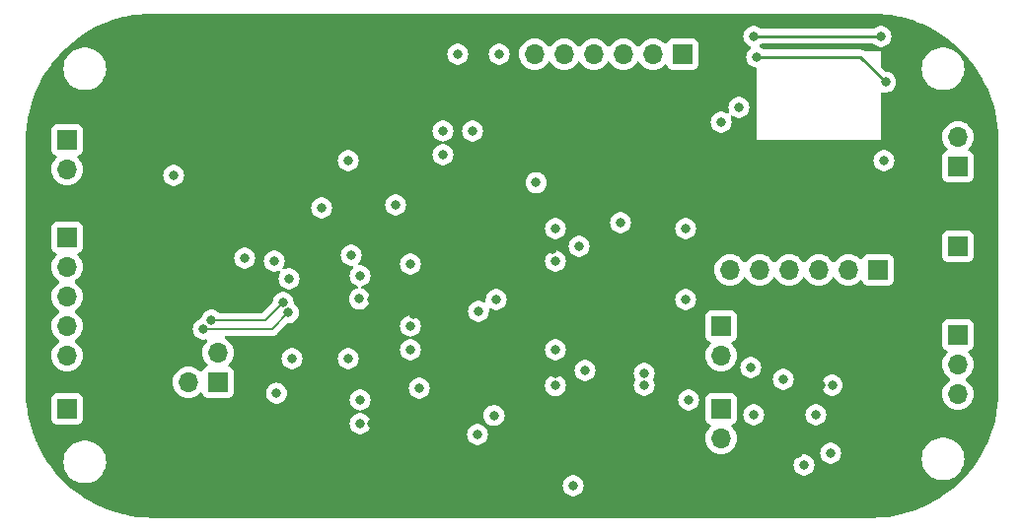
<source format=gbl>
G04 #@! TF.GenerationSoftware,KiCad,Pcbnew,7.0.8*
G04 #@! TF.CreationDate,2024-04-12T14:18:42-07:00*
G04 #@! TF.ProjectId,2-channel-EEG,322d6368-616e-46e6-956c-2d4545472e6b,rev?*
G04 #@! TF.SameCoordinates,Original*
G04 #@! TF.FileFunction,Copper,L4,Bot*
G04 #@! TF.FilePolarity,Positive*
%FSLAX46Y46*%
G04 Gerber Fmt 4.6, Leading zero omitted, Abs format (unit mm)*
G04 Created by KiCad (PCBNEW 7.0.8) date 2024-04-12 14:18:42*
%MOMM*%
%LPD*%
G01*
G04 APERTURE LIST*
G04 #@! TA.AperFunction,ComponentPad*
%ADD10R,1.700000X1.700000*%
G04 #@! TD*
G04 #@! TA.AperFunction,ComponentPad*
%ADD11O,1.700000X1.700000*%
G04 #@! TD*
G04 #@! TA.AperFunction,ViaPad*
%ADD12C,0.800000*%
G04 #@! TD*
G04 #@! TA.AperFunction,Conductor*
%ADD13C,0.250000*%
G04 #@! TD*
G04 #@! TA.AperFunction,Conductor*
%ADD14C,0.200000*%
G04 #@! TD*
G04 APERTURE END LIST*
D10*
X196342000Y-102616000D03*
D11*
X193802000Y-102616000D03*
X191262000Y-102616000D03*
X188722000Y-102616000D03*
X186182000Y-102616000D03*
X183642000Y-102616000D03*
D10*
X126746000Y-114554000D03*
X203200000Y-100584000D03*
X139700000Y-112268000D03*
D11*
X139700000Y-109728000D03*
X137160000Y-112268000D03*
D10*
X182880000Y-107437000D03*
D11*
X182880000Y-109977000D03*
D10*
X203200000Y-108204000D03*
D11*
X203200000Y-110744000D03*
X203200000Y-113284000D03*
X126746000Y-93975000D03*
D10*
X126746000Y-91435000D03*
X126746000Y-99822000D03*
D11*
X126746000Y-102362000D03*
X126746000Y-104902000D03*
X126746000Y-107442000D03*
X126746000Y-109982000D03*
X203200000Y-91186000D03*
D10*
X203200000Y-93726000D03*
X182880000Y-114554000D03*
D11*
X182880000Y-117094000D03*
D10*
X179578000Y-84074000D03*
D11*
X177038000Y-84074000D03*
X174498000Y-84074000D03*
X171958000Y-84074000D03*
X169418000Y-84074000D03*
X166878000Y-84074000D03*
D12*
X185674000Y-82550000D03*
X196596000Y-82550000D03*
X156210000Y-107442000D03*
X163830000Y-84074000D03*
X150876000Y-110236000D03*
X156210000Y-102108000D03*
X191008000Y-115062000D03*
X145796000Y-103378000D03*
X179832000Y-105156000D03*
X151833000Y-105115000D03*
X160274000Y-84074000D03*
X159004000Y-92710000D03*
X188214000Y-112014000D03*
X141986000Y-101600000D03*
X196850000Y-93218000D03*
X161971500Y-116759500D03*
X146050000Y-110236000D03*
X162052000Y-106172000D03*
X185674000Y-115062000D03*
X150876000Y-93218000D03*
X135890000Y-94488000D03*
X170688000Y-100584000D03*
X185420000Y-110998000D03*
X156972000Y-112776000D03*
X168656000Y-99060000D03*
X189992000Y-119380000D03*
X151892000Y-115824000D03*
X151892000Y-113792000D03*
X179832000Y-99060000D03*
X159004000Y-90678000D03*
X192409000Y-112522000D03*
X148590000Y-97282000D03*
X192278000Y-118364000D03*
X161544000Y-90678000D03*
X151892000Y-103124000D03*
X176276000Y-112522000D03*
X168656000Y-109474000D03*
X184404000Y-88646000D03*
X182880000Y-89916000D03*
X171196000Y-111252000D03*
X156464000Y-106426000D03*
X139192000Y-100584000D03*
X184404000Y-93218000D03*
X165354000Y-87630000D03*
X166878000Y-113030000D03*
X143002000Y-100838000D03*
X191393000Y-112522000D03*
X168656000Y-111506000D03*
X182880000Y-91948000D03*
X174498000Y-116840000D03*
X165100000Y-92710000D03*
X168402000Y-100838000D03*
X189484000Y-118364000D03*
X176276000Y-117064500D03*
X166878000Y-102362000D03*
X152908000Y-106172000D03*
X186817000Y-94107000D03*
X152908000Y-115824000D03*
X187198000Y-118364000D03*
X179832000Y-102108000D03*
X175260000Y-104140000D03*
X150622000Y-106426000D03*
X185674000Y-112268000D03*
X164084000Y-89662000D03*
X190650973Y-117983198D03*
X174244000Y-103124000D03*
X152908000Y-105156000D03*
X176276000Y-111506000D03*
X144715500Y-113219500D03*
X163576000Y-105156000D03*
X167004000Y-95124000D03*
X180086000Y-113792000D03*
X168656000Y-101854000D03*
X163393000Y-115133000D03*
X144526000Y-101854000D03*
X168656000Y-112562250D03*
X156210000Y-109474000D03*
X174244000Y-98552000D03*
X151130000Y-101346000D03*
X170180000Y-121158000D03*
X154940000Y-97028000D03*
X145288000Y-105410000D03*
X139136755Y-106934000D03*
X145734991Y-106303982D03*
X138430000Y-107696000D03*
X185928000Y-84328000D03*
X196981299Y-86482701D03*
D13*
X185674000Y-82550000D02*
X196596000Y-82550000D01*
D14*
X143764000Y-106934000D02*
X145288000Y-105410000D01*
X139136755Y-106934000D02*
X143764000Y-106934000D01*
X144342973Y-107696000D02*
X145734991Y-106303982D01*
X138430000Y-107696000D02*
X144342973Y-107696000D01*
D13*
X194826598Y-84328000D02*
X185928000Y-84328000D01*
X196981299Y-86482701D02*
X194826598Y-84328000D01*
G04 #@! TA.AperFunction,Conductor*
G36*
X196433337Y-80610292D02*
G01*
X196436937Y-80610501D01*
X197063809Y-80665348D01*
X197067340Y-80665761D01*
X197531532Y-80733756D01*
X197689975Y-80756966D01*
X197693503Y-80757587D01*
X198309764Y-80884837D01*
X198313244Y-80885661D01*
X198695606Y-80988116D01*
X198921081Y-81048533D01*
X198924537Y-81049568D01*
X199521840Y-81247494D01*
X199525230Y-81248728D01*
X200110019Y-81481051D01*
X200113329Y-81482479D01*
X200683618Y-81748410D01*
X200686839Y-81750028D01*
X201240717Y-82048677D01*
X201243826Y-82050472D01*
X201779392Y-82380814D01*
X201782393Y-82382789D01*
X202297856Y-82743721D01*
X202300750Y-82745875D01*
X202794338Y-83136155D01*
X202797101Y-83138474D01*
X203267169Y-83556797D01*
X203269775Y-83559255D01*
X203714743Y-84004223D01*
X203717202Y-84006830D01*
X204135525Y-84476898D01*
X204137844Y-84479661D01*
X204528124Y-84973249D01*
X204530278Y-84976143D01*
X204891210Y-85491606D01*
X204893190Y-85494615D01*
X205174375Y-85950486D01*
X205223518Y-86030158D01*
X205225322Y-86033282D01*
X205523971Y-86587160D01*
X205525590Y-86590383D01*
X205791519Y-87160668D01*
X205792948Y-87163980D01*
X206025271Y-87748769D01*
X206026505Y-87752159D01*
X206224431Y-88349462D01*
X206225466Y-88352918D01*
X206388333Y-88960734D01*
X206389164Y-88964244D01*
X206516407Y-89580472D01*
X206517033Y-89584024D01*
X206608236Y-90206643D01*
X206608655Y-90210226D01*
X206663497Y-90837061D01*
X206663707Y-90840662D01*
X206682046Y-91470802D01*
X206682046Y-113053454D01*
X206663690Y-113684247D01*
X206663480Y-113687848D01*
X206608640Y-114314680D01*
X206608221Y-114318263D01*
X206517020Y-114940881D01*
X206516394Y-114944434D01*
X206389154Y-115560661D01*
X206388322Y-115564171D01*
X206225457Y-116171989D01*
X206224422Y-116175445D01*
X206026498Y-116772747D01*
X206025264Y-116776136D01*
X205792942Y-117360926D01*
X205791513Y-117364238D01*
X205525582Y-117934529D01*
X205523963Y-117937753D01*
X205225322Y-118491616D01*
X205223518Y-118494740D01*
X204893184Y-119030294D01*
X204891201Y-119033308D01*
X204530274Y-119548765D01*
X204528120Y-119551659D01*
X204137851Y-120045233D01*
X204135532Y-120047996D01*
X203717200Y-120518073D01*
X203714725Y-120520697D01*
X203269791Y-120965630D01*
X203267167Y-120968105D01*
X202797100Y-121386428D01*
X202794337Y-121388747D01*
X202300740Y-121779032D01*
X202297847Y-121781186D01*
X201782400Y-122142105D01*
X201779386Y-122144088D01*
X201243834Y-122474422D01*
X201240710Y-122476226D01*
X200686846Y-122774866D01*
X200683622Y-122776485D01*
X200113325Y-123042419D01*
X200110013Y-123043848D01*
X199525235Y-123276164D01*
X199521846Y-123277398D01*
X198924538Y-123475324D01*
X198921082Y-123476359D01*
X198313264Y-123639224D01*
X198309754Y-123640055D01*
X197845316Y-123735954D01*
X197693515Y-123767298D01*
X197689972Y-123767923D01*
X197067358Y-123859121D01*
X197063775Y-123859540D01*
X196436941Y-123914381D01*
X196433340Y-123914591D01*
X195937344Y-123929023D01*
X195802546Y-123932946D01*
X195802282Y-123932954D01*
X134088546Y-123932954D01*
X133457752Y-123914598D01*
X133454151Y-123914388D01*
X132890989Y-123865118D01*
X132827315Y-123859547D01*
X132823735Y-123859129D01*
X132201117Y-123767928D01*
X132197564Y-123767302D01*
X132063231Y-123739564D01*
X131581327Y-123640059D01*
X131577827Y-123639230D01*
X130970009Y-123476365D01*
X130966554Y-123475330D01*
X130369250Y-123277406D01*
X130365861Y-123276172D01*
X129781072Y-123043850D01*
X129777760Y-123042421D01*
X129207468Y-122776490D01*
X129204254Y-122774876D01*
X128650381Y-122476230D01*
X128647257Y-122474426D01*
X128575344Y-122430070D01*
X128111685Y-122144080D01*
X128108689Y-122142109D01*
X127593243Y-121781190D01*
X127590350Y-121779036D01*
X127096753Y-121388750D01*
X127093990Y-121386431D01*
X126837303Y-121158000D01*
X169274540Y-121158000D01*
X169294326Y-121346256D01*
X169294327Y-121346259D01*
X169352818Y-121526277D01*
X169352821Y-121526284D01*
X169447467Y-121690216D01*
X169528446Y-121780152D01*
X169574129Y-121830888D01*
X169727265Y-121942148D01*
X169727270Y-121942151D01*
X169900192Y-122019142D01*
X169900197Y-122019144D01*
X170085354Y-122058500D01*
X170085355Y-122058500D01*
X170274644Y-122058500D01*
X170274646Y-122058500D01*
X170459803Y-122019144D01*
X170632730Y-121942151D01*
X170785871Y-121830888D01*
X170912533Y-121690216D01*
X171007179Y-121526284D01*
X171065674Y-121346256D01*
X171085460Y-121158000D01*
X171065674Y-120969744D01*
X171007179Y-120789716D01*
X170912533Y-120625784D01*
X170785871Y-120485112D01*
X170785870Y-120485111D01*
X170632734Y-120373851D01*
X170632729Y-120373848D01*
X170459807Y-120296857D01*
X170459802Y-120296855D01*
X170314001Y-120265865D01*
X170274646Y-120257500D01*
X170085354Y-120257500D01*
X170052897Y-120264398D01*
X169900197Y-120296855D01*
X169900192Y-120296857D01*
X169727270Y-120373848D01*
X169727265Y-120373851D01*
X169574129Y-120485111D01*
X169447466Y-120625785D01*
X169352821Y-120789715D01*
X169352818Y-120789722D01*
X169294327Y-120969740D01*
X169294326Y-120969744D01*
X169274540Y-121158000D01*
X126837303Y-121158000D01*
X126623923Y-120968108D01*
X126621316Y-120965649D01*
X126176349Y-120520682D01*
X126173891Y-120518076D01*
X125755568Y-120048009D01*
X125753249Y-120045246D01*
X125362963Y-119551649D01*
X125360809Y-119548756D01*
X125110824Y-119191740D01*
X125064794Y-119126003D01*
X126439381Y-119126003D01*
X126459827Y-119398839D01*
X126459827Y-119398840D01*
X126520706Y-119665570D01*
X126520708Y-119665579D01*
X126520710Y-119665584D01*
X126620669Y-119920276D01*
X126757472Y-120157224D01*
X126868824Y-120296856D01*
X126928064Y-120371141D01*
X127117399Y-120546817D01*
X127128628Y-120557236D01*
X127354691Y-120711363D01*
X127354696Y-120711365D01*
X127354697Y-120711366D01*
X127354698Y-120711367D01*
X127485618Y-120774414D01*
X127601196Y-120830073D01*
X127601197Y-120830073D01*
X127601200Y-120830075D01*
X127862649Y-120910722D01*
X127862650Y-120910722D01*
X127862653Y-120910723D01*
X128133190Y-120951499D01*
X128133195Y-120951499D01*
X128133198Y-120951500D01*
X128133199Y-120951500D01*
X128406801Y-120951500D01*
X128406802Y-120951500D01*
X128406809Y-120951499D01*
X128677346Y-120910723D01*
X128677347Y-120910722D01*
X128677351Y-120910722D01*
X128938800Y-120830075D01*
X129185310Y-120711363D01*
X129411372Y-120557236D01*
X129609016Y-120373849D01*
X129611935Y-120371141D01*
X129611935Y-120371139D01*
X129611939Y-120371137D01*
X129782528Y-120157224D01*
X129919331Y-119920276D01*
X130019290Y-119665584D01*
X130080172Y-119398840D01*
X130081584Y-119380000D01*
X189086540Y-119380000D01*
X189106326Y-119568256D01*
X189106327Y-119568259D01*
X189164818Y-119748277D01*
X189164821Y-119748284D01*
X189259467Y-119912216D01*
X189380522Y-120046661D01*
X189386129Y-120052888D01*
X189539265Y-120164148D01*
X189539270Y-120164151D01*
X189712192Y-120241142D01*
X189712197Y-120241144D01*
X189897354Y-120280500D01*
X189897355Y-120280500D01*
X190086644Y-120280500D01*
X190086646Y-120280500D01*
X190271803Y-120241144D01*
X190444730Y-120164151D01*
X190597871Y-120052888D01*
X190724533Y-119912216D01*
X190819179Y-119748284D01*
X190877674Y-119568256D01*
X190897460Y-119380000D01*
X190877674Y-119191744D01*
X190819179Y-119011716D01*
X190724533Y-118847784D01*
X190597871Y-118707112D01*
X190597870Y-118707111D01*
X190444734Y-118595851D01*
X190444729Y-118595848D01*
X190271807Y-118518857D01*
X190271802Y-118518855D01*
X190126001Y-118487865D01*
X190086646Y-118479500D01*
X189897354Y-118479500D01*
X189864897Y-118486398D01*
X189712197Y-118518855D01*
X189712192Y-118518857D01*
X189539270Y-118595848D01*
X189539265Y-118595851D01*
X189386129Y-118707111D01*
X189259466Y-118847785D01*
X189164821Y-119011715D01*
X189164818Y-119011722D01*
X189121566Y-119144839D01*
X189106326Y-119191744D01*
X189086540Y-119380000D01*
X130081584Y-119380000D01*
X130095692Y-119191744D01*
X130100619Y-119126003D01*
X130100619Y-119125996D01*
X130080172Y-118853160D01*
X130080172Y-118853159D01*
X130019293Y-118586429D01*
X130019292Y-118586428D01*
X130019290Y-118586416D01*
X129919331Y-118331724D01*
X129782528Y-118094776D01*
X129611939Y-117880863D01*
X129611938Y-117880862D01*
X129611935Y-117880858D01*
X129411372Y-117694764D01*
X129185310Y-117540637D01*
X129185306Y-117540635D01*
X129185303Y-117540633D01*
X129185302Y-117540632D01*
X128938802Y-117421926D01*
X128938804Y-117421926D01*
X128677352Y-117341278D01*
X128677346Y-117341276D01*
X128406809Y-117300500D01*
X128406802Y-117300500D01*
X128133198Y-117300500D01*
X128133190Y-117300500D01*
X127862653Y-117341276D01*
X127862647Y-117341278D01*
X127601196Y-117421926D01*
X127354698Y-117540632D01*
X127354697Y-117540633D01*
X127128627Y-117694764D01*
X126928064Y-117880858D01*
X126757472Y-118094776D01*
X126620669Y-118331723D01*
X126520712Y-118586410D01*
X126520706Y-118586429D01*
X126459827Y-118853159D01*
X126459827Y-118853160D01*
X126439381Y-119125996D01*
X126439381Y-119126003D01*
X125064794Y-119126003D01*
X124999888Y-119033307D01*
X124997924Y-119030323D01*
X124667569Y-118494735D01*
X124665769Y-118491618D01*
X124632040Y-118429063D01*
X124367116Y-117937731D01*
X124365516Y-117934545D01*
X124099578Y-117364239D01*
X124098149Y-117360927D01*
X124070652Y-117291714D01*
X123934008Y-116947759D01*
X123865827Y-116776138D01*
X123864593Y-116772749D01*
X123864592Y-116772747D01*
X123860202Y-116759500D01*
X161066040Y-116759500D01*
X161085826Y-116947756D01*
X161085827Y-116947759D01*
X161144318Y-117127777D01*
X161144321Y-117127784D01*
X161238967Y-117291716D01*
X161356208Y-117421925D01*
X161365629Y-117432388D01*
X161518765Y-117543648D01*
X161518770Y-117543651D01*
X161691692Y-117620642D01*
X161691697Y-117620644D01*
X161876854Y-117660000D01*
X161876855Y-117660000D01*
X162066144Y-117660000D01*
X162066146Y-117660000D01*
X162251303Y-117620644D01*
X162424230Y-117543651D01*
X162577371Y-117432388D01*
X162704033Y-117291716D01*
X162798679Y-117127784D01*
X162809656Y-117094000D01*
X181524341Y-117094000D01*
X181544936Y-117329403D01*
X181544938Y-117329413D01*
X181606094Y-117557655D01*
X181606096Y-117557659D01*
X181606097Y-117557663D01*
X181693194Y-117744442D01*
X181705965Y-117771830D01*
X181705967Y-117771834D01*
X181782307Y-117880858D01*
X181841505Y-117965401D01*
X182008599Y-118132495D01*
X182070359Y-118175740D01*
X182202165Y-118268032D01*
X182202167Y-118268033D01*
X182202170Y-118268035D01*
X182416337Y-118367903D01*
X182644592Y-118429063D01*
X182832918Y-118445539D01*
X182879999Y-118449659D01*
X182880000Y-118449659D01*
X182880001Y-118449659D01*
X182919234Y-118446226D01*
X183115408Y-118429063D01*
X183343663Y-118367903D01*
X183352033Y-118364000D01*
X191372540Y-118364000D01*
X191392326Y-118552256D01*
X191392327Y-118552259D01*
X191450818Y-118732277D01*
X191450821Y-118732284D01*
X191545467Y-118896216D01*
X191666192Y-119030294D01*
X191672129Y-119036888D01*
X191825265Y-119148148D01*
X191825270Y-119148151D01*
X191998192Y-119225142D01*
X191998197Y-119225144D01*
X192183354Y-119264500D01*
X192183355Y-119264500D01*
X192372644Y-119264500D01*
X192372646Y-119264500D01*
X192557803Y-119225144D01*
X192730730Y-119148151D01*
X192883871Y-119036888D01*
X193010533Y-118896216D01*
X193024512Y-118872003D01*
X200099381Y-118872003D01*
X200119827Y-119144839D01*
X200119827Y-119144840D01*
X200180706Y-119411570D01*
X200180708Y-119411579D01*
X200180710Y-119411584D01*
X200280669Y-119666276D01*
X200417472Y-119903224D01*
X200555257Y-120076002D01*
X200588064Y-120117141D01*
X200739336Y-120257500D01*
X200788628Y-120303236D01*
X201014691Y-120457363D01*
X201014696Y-120457365D01*
X201014697Y-120457366D01*
X201014698Y-120457367D01*
X201140757Y-120518073D01*
X201261196Y-120576073D01*
X201261197Y-120576073D01*
X201261200Y-120576075D01*
X201522649Y-120656722D01*
X201522650Y-120656722D01*
X201522653Y-120656723D01*
X201793190Y-120697499D01*
X201793195Y-120697499D01*
X201793198Y-120697500D01*
X201793199Y-120697500D01*
X202066801Y-120697500D01*
X202066802Y-120697500D01*
X202066809Y-120697499D01*
X202337346Y-120656723D01*
X202337347Y-120656722D01*
X202337351Y-120656722D01*
X202598800Y-120576075D01*
X202793585Y-120482272D01*
X202845302Y-120457367D01*
X202845302Y-120457366D01*
X202845310Y-120457363D01*
X203071372Y-120303236D01*
X203227023Y-120158812D01*
X203271935Y-120117141D01*
X203271935Y-120117139D01*
X203271939Y-120117137D01*
X203442528Y-119903224D01*
X203579331Y-119666276D01*
X203679290Y-119411584D01*
X203740172Y-119144840D01*
X203750148Y-119011722D01*
X203760619Y-118872003D01*
X203760619Y-118871996D01*
X203740172Y-118599160D01*
X203740172Y-118599159D01*
X203679293Y-118332429D01*
X203679292Y-118332428D01*
X203679290Y-118332416D01*
X203579331Y-118077724D01*
X203442528Y-117840776D01*
X203271939Y-117626863D01*
X203271938Y-117626862D01*
X203271935Y-117626858D01*
X203071372Y-117440764D01*
X203043740Y-117421925D01*
X202845310Y-117286637D01*
X202845306Y-117286635D01*
X202845303Y-117286633D01*
X202845302Y-117286632D01*
X202598802Y-117167926D01*
X202598804Y-117167926D01*
X202337352Y-117087278D01*
X202337346Y-117087276D01*
X202066809Y-117046500D01*
X202066802Y-117046500D01*
X201793198Y-117046500D01*
X201793190Y-117046500D01*
X201522653Y-117087276D01*
X201522647Y-117087278D01*
X201261196Y-117167926D01*
X201014698Y-117286632D01*
X201014697Y-117286633D01*
X201014691Y-117286636D01*
X201014691Y-117286637D01*
X200994358Y-117300500D01*
X200788627Y-117440764D01*
X200588064Y-117626858D01*
X200417472Y-117840776D01*
X200280669Y-118077723D01*
X200180712Y-118332410D01*
X200180706Y-118332429D01*
X200119827Y-118599159D01*
X200119827Y-118599160D01*
X200099381Y-118871996D01*
X200099381Y-118872003D01*
X193024512Y-118872003D01*
X193105179Y-118732284D01*
X193163674Y-118552256D01*
X193183460Y-118364000D01*
X193163674Y-118175744D01*
X193105179Y-117995716D01*
X193010533Y-117831784D01*
X192883871Y-117691112D01*
X192841049Y-117660000D01*
X192730734Y-117579851D01*
X192730729Y-117579848D01*
X192557807Y-117502857D01*
X192557802Y-117502855D01*
X192412001Y-117471865D01*
X192372646Y-117463500D01*
X192183354Y-117463500D01*
X192150897Y-117470398D01*
X191998197Y-117502855D01*
X191998192Y-117502857D01*
X191825270Y-117579848D01*
X191825265Y-117579851D01*
X191672129Y-117691111D01*
X191545466Y-117831785D01*
X191450821Y-117995715D01*
X191450818Y-117995722D01*
X191392327Y-118175740D01*
X191392326Y-118175744D01*
X191372540Y-118364000D01*
X183352033Y-118364000D01*
X183557830Y-118268035D01*
X183751401Y-118132495D01*
X183918495Y-117965401D01*
X184054035Y-117771830D01*
X184153903Y-117557663D01*
X184215063Y-117329408D01*
X184235659Y-117094000D01*
X184215063Y-116858592D01*
X184153903Y-116630337D01*
X184054035Y-116416171D01*
X184036561Y-116391216D01*
X183918496Y-116222600D01*
X183867885Y-116171989D01*
X183796567Y-116100671D01*
X183763084Y-116039351D01*
X183768068Y-115969659D01*
X183809939Y-115913725D01*
X183840915Y-115896810D01*
X183972331Y-115847796D01*
X184087546Y-115761546D01*
X184173796Y-115646331D01*
X184224091Y-115511483D01*
X184230500Y-115451873D01*
X184230500Y-115062000D01*
X184768540Y-115062000D01*
X184788326Y-115250256D01*
X184788327Y-115250259D01*
X184846818Y-115430277D01*
X184846821Y-115430284D01*
X184941467Y-115594216D01*
X185005394Y-115665214D01*
X185068129Y-115734888D01*
X185221265Y-115846148D01*
X185221270Y-115846151D01*
X185394192Y-115923142D01*
X185394197Y-115923144D01*
X185579354Y-115962500D01*
X185579355Y-115962500D01*
X185768644Y-115962500D01*
X185768646Y-115962500D01*
X185953803Y-115923144D01*
X186126730Y-115846151D01*
X186279871Y-115734888D01*
X186406533Y-115594216D01*
X186501179Y-115430284D01*
X186559674Y-115250256D01*
X186579460Y-115062000D01*
X190102540Y-115062000D01*
X190122326Y-115250256D01*
X190122327Y-115250259D01*
X190180818Y-115430277D01*
X190180821Y-115430284D01*
X190275467Y-115594216D01*
X190339394Y-115665214D01*
X190402129Y-115734888D01*
X190555265Y-115846148D01*
X190555270Y-115846151D01*
X190728192Y-115923142D01*
X190728197Y-115923144D01*
X190913354Y-115962500D01*
X190913355Y-115962500D01*
X191102644Y-115962500D01*
X191102646Y-115962500D01*
X191287803Y-115923144D01*
X191460730Y-115846151D01*
X191613871Y-115734888D01*
X191740533Y-115594216D01*
X191835179Y-115430284D01*
X191893674Y-115250256D01*
X191913460Y-115062000D01*
X191893674Y-114873744D01*
X191835179Y-114693716D01*
X191740533Y-114529784D01*
X191613871Y-114389112D01*
X191613870Y-114389111D01*
X191460734Y-114277851D01*
X191460729Y-114277848D01*
X191287807Y-114200857D01*
X191287802Y-114200855D01*
X191142001Y-114169865D01*
X191102646Y-114161500D01*
X190913354Y-114161500D01*
X190880897Y-114168398D01*
X190728197Y-114200855D01*
X190728192Y-114200857D01*
X190555270Y-114277848D01*
X190555265Y-114277851D01*
X190402129Y-114389111D01*
X190275466Y-114529785D01*
X190180821Y-114693715D01*
X190180818Y-114693722D01*
X190122327Y-114873740D01*
X190122326Y-114873744D01*
X190102540Y-115062000D01*
X186579460Y-115062000D01*
X186559674Y-114873744D01*
X186501179Y-114693716D01*
X186406533Y-114529784D01*
X186279871Y-114389112D01*
X186279870Y-114389111D01*
X186126734Y-114277851D01*
X186126729Y-114277848D01*
X185953807Y-114200857D01*
X185953802Y-114200855D01*
X185808001Y-114169865D01*
X185768646Y-114161500D01*
X185579354Y-114161500D01*
X185546897Y-114168398D01*
X185394197Y-114200855D01*
X185394192Y-114200857D01*
X185221270Y-114277848D01*
X185221265Y-114277851D01*
X185068129Y-114389111D01*
X184941466Y-114529785D01*
X184846821Y-114693715D01*
X184846818Y-114693722D01*
X184788327Y-114873740D01*
X184788326Y-114873744D01*
X184768540Y-115062000D01*
X184230500Y-115062000D01*
X184230499Y-113656128D01*
X184224795Y-113603063D01*
X184224091Y-113596516D01*
X184173797Y-113461671D01*
X184173793Y-113461664D01*
X184087547Y-113346455D01*
X184087544Y-113346452D01*
X183972335Y-113260206D01*
X183972328Y-113260202D01*
X183837482Y-113209908D01*
X183837483Y-113209908D01*
X183777883Y-113203501D01*
X183777881Y-113203500D01*
X183777873Y-113203500D01*
X183777864Y-113203500D01*
X181982129Y-113203500D01*
X181982123Y-113203501D01*
X181922516Y-113209908D01*
X181787671Y-113260202D01*
X181787664Y-113260206D01*
X181672455Y-113346452D01*
X181672452Y-113346455D01*
X181586206Y-113461664D01*
X181586202Y-113461671D01*
X181535908Y-113596517D01*
X181531541Y-113637142D01*
X181529501Y-113656123D01*
X181529500Y-113656135D01*
X181529500Y-115451870D01*
X181529501Y-115451876D01*
X181535908Y-115511483D01*
X181586202Y-115646328D01*
X181586206Y-115646335D01*
X181672452Y-115761544D01*
X181672455Y-115761547D01*
X181787664Y-115847793D01*
X181787671Y-115847797D01*
X181919081Y-115896810D01*
X181975015Y-115938681D01*
X181999432Y-116004145D01*
X181984580Y-116072418D01*
X181963430Y-116100673D01*
X181841503Y-116222600D01*
X181705965Y-116416169D01*
X181705964Y-116416171D01*
X181606098Y-116630335D01*
X181606094Y-116630344D01*
X181544938Y-116858586D01*
X181544936Y-116858596D01*
X181524341Y-117093999D01*
X181524341Y-117094000D01*
X162809656Y-117094000D01*
X162857174Y-116947756D01*
X162876960Y-116759500D01*
X162857174Y-116571244D01*
X162798679Y-116391216D01*
X162704033Y-116227284D01*
X162577371Y-116086612D01*
X162512322Y-116039351D01*
X162424234Y-115975351D01*
X162424229Y-115975348D01*
X162251307Y-115898357D01*
X162251302Y-115898355D01*
X162105501Y-115867365D01*
X162066146Y-115859000D01*
X161876854Y-115859000D01*
X161844397Y-115865898D01*
X161691697Y-115898355D01*
X161691692Y-115898357D01*
X161518770Y-115975348D01*
X161518765Y-115975351D01*
X161365629Y-116086611D01*
X161238966Y-116227285D01*
X161144321Y-116391215D01*
X161144318Y-116391222D01*
X161095592Y-116541186D01*
X161085826Y-116571244D01*
X161066040Y-116759500D01*
X123860202Y-116759500D01*
X123766406Y-116476436D01*
X123666669Y-116175445D01*
X123665634Y-116171990D01*
X123593960Y-115904499D01*
X123502766Y-115564160D01*
X123501945Y-115560697D01*
X123479474Y-115451870D01*
X125395500Y-115451870D01*
X125395501Y-115451876D01*
X125401908Y-115511483D01*
X125452202Y-115646328D01*
X125452206Y-115646335D01*
X125538452Y-115761544D01*
X125538455Y-115761547D01*
X125653664Y-115847793D01*
X125653671Y-115847797D01*
X125788517Y-115898091D01*
X125788516Y-115898091D01*
X125795444Y-115898835D01*
X125848127Y-115904500D01*
X127643872Y-115904499D01*
X127703483Y-115898091D01*
X127838331Y-115847796D01*
X127870118Y-115824000D01*
X150986540Y-115824000D01*
X151006326Y-116012256D01*
X151006327Y-116012259D01*
X151064818Y-116192277D01*
X151064821Y-116192284D01*
X151159467Y-116356216D01*
X151213451Y-116416171D01*
X151286129Y-116496888D01*
X151439265Y-116608148D01*
X151439270Y-116608151D01*
X151612192Y-116685142D01*
X151612197Y-116685144D01*
X151797354Y-116724500D01*
X151797355Y-116724500D01*
X151986644Y-116724500D01*
X151986646Y-116724500D01*
X152171803Y-116685144D01*
X152344730Y-116608151D01*
X152497871Y-116496888D01*
X152624533Y-116356216D01*
X152719179Y-116192284D01*
X152777674Y-116012256D01*
X152797460Y-115824000D01*
X152777674Y-115635744D01*
X152719179Y-115455716D01*
X152624533Y-115291784D01*
X152497871Y-115151112D01*
X152472942Y-115133000D01*
X162487540Y-115133000D01*
X162507326Y-115321256D01*
X162507327Y-115321259D01*
X162565818Y-115501277D01*
X162565821Y-115501284D01*
X162660467Y-115665216D01*
X162747203Y-115761546D01*
X162787129Y-115805888D01*
X162940265Y-115917148D01*
X162940270Y-115917151D01*
X163113192Y-115994142D01*
X163113197Y-115994144D01*
X163298354Y-116033500D01*
X163298355Y-116033500D01*
X163487644Y-116033500D01*
X163487646Y-116033500D01*
X163672803Y-115994144D01*
X163845730Y-115917151D01*
X163998871Y-115805888D01*
X164125533Y-115665216D01*
X164220179Y-115501284D01*
X164278674Y-115321256D01*
X164298460Y-115133000D01*
X164278674Y-114944744D01*
X164220179Y-114764716D01*
X164125533Y-114600784D01*
X163998871Y-114460112D01*
X163998870Y-114460111D01*
X163845734Y-114348851D01*
X163845729Y-114348848D01*
X163672807Y-114271857D01*
X163672802Y-114271855D01*
X163527001Y-114240865D01*
X163487646Y-114232500D01*
X163298354Y-114232500D01*
X163265897Y-114239398D01*
X163113197Y-114271855D01*
X163113192Y-114271857D01*
X162940270Y-114348848D01*
X162940265Y-114348851D01*
X162787129Y-114460111D01*
X162660466Y-114600785D01*
X162565821Y-114764715D01*
X162565818Y-114764722D01*
X162507426Y-114944435D01*
X162507326Y-114944744D01*
X162487540Y-115133000D01*
X152472942Y-115133000D01*
X152344734Y-115039851D01*
X152344729Y-115039848D01*
X152171807Y-114962857D01*
X152171802Y-114962855D01*
X152048509Y-114936649D01*
X152013884Y-114929289D01*
X151952403Y-114896098D01*
X151918627Y-114834935D01*
X151923279Y-114765220D01*
X151964883Y-114709088D01*
X152013884Y-114686710D01*
X152171803Y-114653144D01*
X152344730Y-114576151D01*
X152497871Y-114464888D01*
X152624533Y-114324216D01*
X152719179Y-114160284D01*
X152777674Y-113980256D01*
X152797460Y-113792000D01*
X179180540Y-113792000D01*
X179200326Y-113980256D01*
X179200327Y-113980259D01*
X179258818Y-114160277D01*
X179258821Y-114160284D01*
X179353467Y-114324216D01*
X179375646Y-114348848D01*
X179480129Y-114464888D01*
X179633265Y-114576148D01*
X179633270Y-114576151D01*
X179806192Y-114653142D01*
X179806197Y-114653144D01*
X179991354Y-114692500D01*
X179991355Y-114692500D01*
X180180644Y-114692500D01*
X180180646Y-114692500D01*
X180365803Y-114653144D01*
X180538730Y-114576151D01*
X180691871Y-114464888D01*
X180818533Y-114324216D01*
X180913179Y-114160284D01*
X180971674Y-113980256D01*
X180991460Y-113792000D01*
X180971674Y-113603744D01*
X180913179Y-113423716D01*
X180818533Y-113259784D01*
X180691871Y-113119112D01*
X180657946Y-113094464D01*
X180538734Y-113007851D01*
X180538729Y-113007848D01*
X180365807Y-112930857D01*
X180365802Y-112930855D01*
X180220001Y-112899865D01*
X180180646Y-112891500D01*
X179991354Y-112891500D01*
X179958897Y-112898398D01*
X179806197Y-112930855D01*
X179806192Y-112930857D01*
X179633270Y-113007848D01*
X179633265Y-113007851D01*
X179480129Y-113119111D01*
X179353466Y-113259785D01*
X179258821Y-113423715D01*
X179258818Y-113423722D01*
X179202674Y-113596517D01*
X179200326Y-113603744D01*
X179180540Y-113792000D01*
X152797460Y-113792000D01*
X152777674Y-113603744D01*
X152719179Y-113423716D01*
X152624533Y-113259784D01*
X152497871Y-113119112D01*
X152463946Y-113094464D01*
X152344734Y-113007851D01*
X152344729Y-113007848D01*
X152171807Y-112930857D01*
X152171802Y-112930855D01*
X152026001Y-112899865D01*
X151986646Y-112891500D01*
X151797354Y-112891500D01*
X151764897Y-112898398D01*
X151612197Y-112930855D01*
X151612192Y-112930857D01*
X151439270Y-113007848D01*
X151439265Y-113007851D01*
X151286129Y-113119111D01*
X151159466Y-113259785D01*
X151064821Y-113423715D01*
X151064818Y-113423722D01*
X151008674Y-113596517D01*
X151006326Y-113603744D01*
X150986540Y-113792000D01*
X151006326Y-113980256D01*
X151006327Y-113980259D01*
X151064818Y-114160277D01*
X151064821Y-114160284D01*
X151159467Y-114324216D01*
X151181646Y-114348848D01*
X151286129Y-114464888D01*
X151439265Y-114576148D01*
X151439270Y-114576151D01*
X151612192Y-114653142D01*
X151612197Y-114653144D01*
X151770114Y-114686710D01*
X151831596Y-114719902D01*
X151865372Y-114781065D01*
X151860720Y-114850780D01*
X151819115Y-114906912D01*
X151770114Y-114929290D01*
X151612197Y-114962855D01*
X151612192Y-114962857D01*
X151439270Y-115039848D01*
X151439265Y-115039851D01*
X151286129Y-115151111D01*
X151159466Y-115291785D01*
X151064821Y-115455715D01*
X151064818Y-115455722D01*
X151029581Y-115564172D01*
X151006326Y-115635744D01*
X150986540Y-115824000D01*
X127870118Y-115824000D01*
X127953546Y-115761546D01*
X128039796Y-115646331D01*
X128090091Y-115511483D01*
X128096500Y-115451873D01*
X128096499Y-113656128D01*
X128090795Y-113603063D01*
X128090091Y-113596516D01*
X128039797Y-113461671D01*
X128039793Y-113461664D01*
X127953547Y-113346455D01*
X127953544Y-113346452D01*
X127838335Y-113260206D01*
X127838328Y-113260202D01*
X127703482Y-113209908D01*
X127703483Y-113209908D01*
X127643883Y-113203501D01*
X127643881Y-113203500D01*
X127643873Y-113203500D01*
X127643864Y-113203500D01*
X125848129Y-113203500D01*
X125848123Y-113203501D01*
X125788516Y-113209908D01*
X125653671Y-113260202D01*
X125653664Y-113260206D01*
X125538455Y-113346452D01*
X125538452Y-113346455D01*
X125452206Y-113461664D01*
X125452202Y-113461671D01*
X125401908Y-113596517D01*
X125397541Y-113637142D01*
X125395501Y-113656123D01*
X125395500Y-113656135D01*
X125395500Y-115451870D01*
X123479474Y-115451870D01*
X123374692Y-114944411D01*
X123374071Y-114940882D01*
X123324254Y-114600785D01*
X123282868Y-114318254D01*
X123282454Y-114314714D01*
X123227610Y-113687841D01*
X123227401Y-113684246D01*
X123209046Y-113053454D01*
X123209046Y-112268000D01*
X135804341Y-112268000D01*
X135824936Y-112503403D01*
X135824938Y-112503413D01*
X135886094Y-112731655D01*
X135886096Y-112731659D01*
X135886097Y-112731663D01*
X135978983Y-112930857D01*
X135985965Y-112945830D01*
X135985967Y-112945834D01*
X136061324Y-113053454D01*
X136121505Y-113139401D01*
X136288599Y-113306495D01*
X136385384Y-113374265D01*
X136482165Y-113442032D01*
X136482167Y-113442033D01*
X136482170Y-113442035D01*
X136696337Y-113541903D01*
X136924592Y-113603063D01*
X137101034Y-113618500D01*
X137159999Y-113623659D01*
X137160000Y-113623659D01*
X137160001Y-113623659D01*
X137218966Y-113618500D01*
X137395408Y-113603063D01*
X137623663Y-113541903D01*
X137837830Y-113442035D01*
X138031401Y-113306495D01*
X138153329Y-113184566D01*
X138214648Y-113151084D01*
X138284340Y-113156068D01*
X138340274Y-113197939D01*
X138357189Y-113228917D01*
X138406202Y-113360328D01*
X138406206Y-113360335D01*
X138492452Y-113475544D01*
X138492455Y-113475547D01*
X138607664Y-113561793D01*
X138607671Y-113561797D01*
X138742517Y-113612091D01*
X138742516Y-113612091D01*
X138749444Y-113612835D01*
X138802127Y-113618500D01*
X140597872Y-113618499D01*
X140657483Y-113612091D01*
X140792331Y-113561796D01*
X140907546Y-113475546D01*
X140993796Y-113360331D01*
X141044091Y-113225483D01*
X141044734Y-113219500D01*
X143810040Y-113219500D01*
X143829826Y-113407756D01*
X143829827Y-113407759D01*
X143888318Y-113587777D01*
X143888321Y-113587784D01*
X143982967Y-113751716D01*
X144109629Y-113892388D01*
X144262765Y-114003648D01*
X144262770Y-114003651D01*
X144435692Y-114080642D01*
X144435697Y-114080644D01*
X144620854Y-114120000D01*
X144620855Y-114120000D01*
X144810144Y-114120000D01*
X144810146Y-114120000D01*
X144995303Y-114080644D01*
X145168230Y-114003651D01*
X145321371Y-113892388D01*
X145448033Y-113751716D01*
X145542679Y-113587784D01*
X145601174Y-113407756D01*
X145620960Y-113219500D01*
X145601174Y-113031244D01*
X145542679Y-112851216D01*
X145499253Y-112776000D01*
X156066540Y-112776000D01*
X156086326Y-112964256D01*
X156086327Y-112964259D01*
X156144818Y-113144277D01*
X156144821Y-113144284D01*
X156239467Y-113308216D01*
X156359956Y-113442032D01*
X156366129Y-113448888D01*
X156519265Y-113560148D01*
X156519270Y-113560151D01*
X156692192Y-113637142D01*
X156692197Y-113637144D01*
X156877354Y-113676500D01*
X156877355Y-113676500D01*
X157066644Y-113676500D01*
X157066646Y-113676500D01*
X157251803Y-113637144D01*
X157424730Y-113560151D01*
X157577871Y-113448888D01*
X157704533Y-113308216D01*
X157799179Y-113144284D01*
X157857674Y-112964256D01*
X157877460Y-112776000D01*
X157857674Y-112587744D01*
X157849390Y-112562250D01*
X167750540Y-112562250D01*
X167770326Y-112750506D01*
X167770327Y-112750509D01*
X167828818Y-112930527D01*
X167828821Y-112930534D01*
X167923467Y-113094466D01*
X168041435Y-113225482D01*
X168050129Y-113235138D01*
X168203265Y-113346398D01*
X168203270Y-113346401D01*
X168376192Y-113423392D01*
X168376197Y-113423394D01*
X168561354Y-113462750D01*
X168561355Y-113462750D01*
X168750644Y-113462750D01*
X168750646Y-113462750D01*
X168935803Y-113423394D01*
X169108730Y-113346401D01*
X169261871Y-113235138D01*
X169388533Y-113094466D01*
X169483179Y-112930534D01*
X169541674Y-112750506D01*
X169561460Y-112562250D01*
X169557230Y-112522000D01*
X175370540Y-112522000D01*
X175390326Y-112710256D01*
X175390327Y-112710259D01*
X175448818Y-112890277D01*
X175448821Y-112890284D01*
X175543467Y-113054216D01*
X175601899Y-113119111D01*
X175670129Y-113194888D01*
X175823265Y-113306148D01*
X175823270Y-113306151D01*
X175996192Y-113383142D01*
X175996197Y-113383144D01*
X176181354Y-113422500D01*
X176181355Y-113422500D01*
X176370644Y-113422500D01*
X176370646Y-113422500D01*
X176555803Y-113383144D01*
X176728730Y-113306151D01*
X176881871Y-113194888D01*
X177008533Y-113054216D01*
X177103179Y-112890284D01*
X177161674Y-112710256D01*
X177181460Y-112522000D01*
X177161674Y-112333744D01*
X177103179Y-112153716D01*
X177058308Y-112075997D01*
X177043267Y-112014000D01*
X187308540Y-112014000D01*
X187328326Y-112202256D01*
X187328327Y-112202259D01*
X187386818Y-112382277D01*
X187386821Y-112382284D01*
X187481467Y-112546216D01*
X187535451Y-112606171D01*
X187608129Y-112686888D01*
X187761265Y-112798148D01*
X187761270Y-112798151D01*
X187934192Y-112875142D01*
X187934197Y-112875144D01*
X188119354Y-112914500D01*
X188119355Y-112914500D01*
X188308644Y-112914500D01*
X188308646Y-112914500D01*
X188493803Y-112875144D01*
X188666730Y-112798151D01*
X188819871Y-112686888D01*
X188946533Y-112546216D01*
X188960514Y-112522000D01*
X191503540Y-112522000D01*
X191523326Y-112710256D01*
X191523327Y-112710259D01*
X191581818Y-112890277D01*
X191581821Y-112890284D01*
X191676467Y-113054216D01*
X191734899Y-113119111D01*
X191803129Y-113194888D01*
X191956265Y-113306148D01*
X191956270Y-113306151D01*
X192129192Y-113383142D01*
X192129197Y-113383144D01*
X192314354Y-113422500D01*
X192314355Y-113422500D01*
X192503644Y-113422500D01*
X192503646Y-113422500D01*
X192688803Y-113383144D01*
X192861730Y-113306151D01*
X192892218Y-113284000D01*
X201844341Y-113284000D01*
X201864936Y-113519403D01*
X201864938Y-113519413D01*
X201926094Y-113747655D01*
X201926096Y-113747659D01*
X201926097Y-113747663D01*
X201927987Y-113751716D01*
X202025965Y-113961830D01*
X202025967Y-113961834D01*
X202134281Y-114116521D01*
X202161505Y-114155401D01*
X202328599Y-114322495D01*
X202423736Y-114389111D01*
X202522165Y-114458032D01*
X202522167Y-114458033D01*
X202522170Y-114458035D01*
X202736337Y-114557903D01*
X202964592Y-114619063D01*
X203152918Y-114635539D01*
X203199999Y-114639659D01*
X203200000Y-114639659D01*
X203200001Y-114639659D01*
X203239234Y-114636226D01*
X203435408Y-114619063D01*
X203663663Y-114557903D01*
X203877830Y-114458035D01*
X204071401Y-114322495D01*
X204238495Y-114155401D01*
X204374035Y-113961830D01*
X204473903Y-113747663D01*
X204535063Y-113519408D01*
X204555659Y-113284000D01*
X204535063Y-113048592D01*
X204473903Y-112820337D01*
X204374035Y-112606171D01*
X204361133Y-112587744D01*
X204238494Y-112412597D01*
X204071402Y-112245506D01*
X204071396Y-112245501D01*
X203885842Y-112115575D01*
X203842217Y-112060998D01*
X203835023Y-111991500D01*
X203866546Y-111929145D01*
X203885842Y-111912425D01*
X203976262Y-111849112D01*
X204071401Y-111782495D01*
X204238495Y-111615401D01*
X204374035Y-111421830D01*
X204473903Y-111207663D01*
X204535063Y-110979408D01*
X204555659Y-110744000D01*
X204535063Y-110508592D01*
X204473903Y-110280337D01*
X204374035Y-110066171D01*
X204361132Y-110047744D01*
X204238496Y-109872600D01*
X204208173Y-109842277D01*
X204116567Y-109750671D01*
X204083084Y-109689351D01*
X204088068Y-109619659D01*
X204129939Y-109563725D01*
X204160915Y-109546810D01*
X204292331Y-109497796D01*
X204407546Y-109411546D01*
X204493796Y-109296331D01*
X204544091Y-109161483D01*
X204550500Y-109101873D01*
X204550499Y-107306128D01*
X204544091Y-107246517D01*
X204529201Y-107206596D01*
X204493797Y-107111671D01*
X204493793Y-107111664D01*
X204407547Y-106996455D01*
X204407544Y-106996452D01*
X204292335Y-106910206D01*
X204292328Y-106910202D01*
X204157482Y-106859908D01*
X204157483Y-106859908D01*
X204097883Y-106853501D01*
X204097881Y-106853500D01*
X204097873Y-106853500D01*
X204097864Y-106853500D01*
X202302129Y-106853500D01*
X202302123Y-106853501D01*
X202242516Y-106859908D01*
X202107671Y-106910202D01*
X202107664Y-106910206D01*
X201992455Y-106996452D01*
X201992452Y-106996455D01*
X201906206Y-107111664D01*
X201906202Y-107111671D01*
X201855908Y-107246517D01*
X201849501Y-107306116D01*
X201849501Y-107306123D01*
X201849500Y-107306135D01*
X201849500Y-109101870D01*
X201849501Y-109101876D01*
X201855908Y-109161483D01*
X201906202Y-109296328D01*
X201906206Y-109296335D01*
X201992452Y-109411544D01*
X201992455Y-109411547D01*
X202107664Y-109497793D01*
X202107671Y-109497797D01*
X202239081Y-109546810D01*
X202295015Y-109588681D01*
X202319432Y-109654145D01*
X202304580Y-109722418D01*
X202283430Y-109750673D01*
X202161503Y-109872600D01*
X202025965Y-110066169D01*
X202025964Y-110066171D01*
X201926098Y-110280335D01*
X201926094Y-110280344D01*
X201864938Y-110508586D01*
X201864936Y-110508596D01*
X201844341Y-110743999D01*
X201844341Y-110744000D01*
X201864936Y-110979403D01*
X201864938Y-110979413D01*
X201926094Y-111207655D01*
X201926096Y-111207659D01*
X201926097Y-111207663D01*
X202001856Y-111370128D01*
X202025965Y-111421830D01*
X202025967Y-111421834D01*
X202161501Y-111615395D01*
X202161506Y-111615402D01*
X202328597Y-111782493D01*
X202328603Y-111782498D01*
X202514158Y-111912425D01*
X202557783Y-111967002D01*
X202564977Y-112036500D01*
X202533454Y-112098855D01*
X202514158Y-112115575D01*
X202328597Y-112245505D01*
X202161505Y-112412597D01*
X202025965Y-112606169D01*
X202025964Y-112606171D01*
X201926098Y-112820335D01*
X201926094Y-112820344D01*
X201864938Y-113048586D01*
X201864936Y-113048596D01*
X201844341Y-113283999D01*
X201844341Y-113284000D01*
X192892218Y-113284000D01*
X193014871Y-113194888D01*
X193141533Y-113054216D01*
X193236179Y-112890284D01*
X193294674Y-112710256D01*
X193314460Y-112522000D01*
X193294674Y-112333744D01*
X193236179Y-112153716D01*
X193141533Y-111989784D01*
X193014871Y-111849112D01*
X192982708Y-111825744D01*
X192861734Y-111737851D01*
X192861729Y-111737848D01*
X192688807Y-111660857D01*
X192688802Y-111660855D01*
X192543001Y-111629865D01*
X192503646Y-111621500D01*
X192314354Y-111621500D01*
X192281897Y-111628398D01*
X192129197Y-111660855D01*
X192129192Y-111660857D01*
X191956270Y-111737848D01*
X191956265Y-111737851D01*
X191803129Y-111849111D01*
X191676466Y-111989785D01*
X191581821Y-112153715D01*
X191581818Y-112153722D01*
X191523327Y-112333740D01*
X191523326Y-112333744D01*
X191503540Y-112522000D01*
X188960514Y-112522000D01*
X189041179Y-112382284D01*
X189099674Y-112202256D01*
X189119460Y-112014000D01*
X189099674Y-111825744D01*
X189041179Y-111645716D01*
X188946533Y-111481784D01*
X188819871Y-111341112D01*
X188819870Y-111341111D01*
X188666734Y-111229851D01*
X188666729Y-111229848D01*
X188493807Y-111152857D01*
X188493802Y-111152855D01*
X188348001Y-111121865D01*
X188308646Y-111113500D01*
X188119354Y-111113500D01*
X188086897Y-111120398D01*
X187934197Y-111152855D01*
X187934192Y-111152857D01*
X187761270Y-111229848D01*
X187761265Y-111229851D01*
X187608129Y-111341111D01*
X187481466Y-111481785D01*
X187386821Y-111645715D01*
X187386818Y-111645722D01*
X187335279Y-111804344D01*
X187328326Y-111825744D01*
X187308540Y-112014000D01*
X177043267Y-112014000D01*
X177041836Y-112008100D01*
X177058309Y-111952001D01*
X177103179Y-111874284D01*
X177161674Y-111694256D01*
X177181460Y-111506000D01*
X177161674Y-111317744D01*
X177103179Y-111137716D01*
X177008533Y-110973784D01*
X176881871Y-110833112D01*
X176849708Y-110809744D01*
X176728734Y-110721851D01*
X176728729Y-110721848D01*
X176555807Y-110644857D01*
X176555802Y-110644855D01*
X176410001Y-110613865D01*
X176370646Y-110605500D01*
X176181354Y-110605500D01*
X176148897Y-110612398D01*
X175996197Y-110644855D01*
X175996192Y-110644857D01*
X175823270Y-110721848D01*
X175823265Y-110721851D01*
X175670129Y-110833111D01*
X175543466Y-110973785D01*
X175448821Y-111137715D01*
X175448818Y-111137722D01*
X175392172Y-111312063D01*
X175390326Y-111317744D01*
X175370540Y-111506000D01*
X175390326Y-111694256D01*
X175390327Y-111694259D01*
X175448820Y-111874283D01*
X175493690Y-111952001D01*
X175510162Y-112019901D01*
X175493690Y-112075999D01*
X175448820Y-112153716D01*
X175390327Y-112333740D01*
X175390326Y-112333744D01*
X175370540Y-112522000D01*
X169557230Y-112522000D01*
X169541674Y-112373994D01*
X169483179Y-112193966D01*
X169388533Y-112030034D01*
X169261871Y-111889362D01*
X169241118Y-111874284D01*
X169108734Y-111778101D01*
X169108729Y-111778098D01*
X168935807Y-111701107D01*
X168935802Y-111701105D01*
X168790001Y-111670115D01*
X168750646Y-111661750D01*
X168561354Y-111661750D01*
X168528897Y-111668648D01*
X168376197Y-111701105D01*
X168376192Y-111701107D01*
X168203270Y-111778098D01*
X168203265Y-111778101D01*
X168050129Y-111889361D01*
X167923466Y-112030035D01*
X167828821Y-112193965D01*
X167828818Y-112193972D01*
X167770327Y-112373990D01*
X167770326Y-112373994D01*
X167750540Y-112562250D01*
X157849390Y-112562250D01*
X157799179Y-112407716D01*
X157704533Y-112243784D01*
X157577871Y-112103112D01*
X157572012Y-112098855D01*
X157424734Y-111991851D01*
X157424729Y-111991848D01*
X157251807Y-111914857D01*
X157251802Y-111914855D01*
X157106001Y-111883865D01*
X157066646Y-111875500D01*
X156877354Y-111875500D01*
X156844897Y-111882398D01*
X156692197Y-111914855D01*
X156692192Y-111914857D01*
X156519270Y-111991848D01*
X156519265Y-111991851D01*
X156366129Y-112103111D01*
X156239466Y-112243785D01*
X156144821Y-112407715D01*
X156144818Y-112407722D01*
X156086327Y-112587740D01*
X156086326Y-112587744D01*
X156066540Y-112776000D01*
X145499253Y-112776000D01*
X145448033Y-112687284D01*
X145321371Y-112546612D01*
X145320826Y-112546216D01*
X145168234Y-112435351D01*
X145168229Y-112435348D01*
X144995307Y-112358357D01*
X144995302Y-112358355D01*
X144849501Y-112327365D01*
X144810146Y-112319000D01*
X144620854Y-112319000D01*
X144588397Y-112325898D01*
X144435697Y-112358355D01*
X144435692Y-112358357D01*
X144262770Y-112435348D01*
X144262765Y-112435351D01*
X144109629Y-112546611D01*
X143982966Y-112687285D01*
X143888321Y-112851215D01*
X143888318Y-112851222D01*
X143829827Y-113031240D01*
X143829826Y-113031244D01*
X143810040Y-113219500D01*
X141044734Y-113219500D01*
X141050500Y-113165873D01*
X141050499Y-111370128D01*
X141044795Y-111317063D01*
X141044091Y-111310516D01*
X141022266Y-111252000D01*
X170290540Y-111252000D01*
X170310326Y-111440256D01*
X170310327Y-111440259D01*
X170368818Y-111620277D01*
X170368821Y-111620284D01*
X170463467Y-111784216D01*
X170521899Y-111849111D01*
X170590129Y-111924888D01*
X170743265Y-112036148D01*
X170743270Y-112036151D01*
X170916192Y-112113142D01*
X170916197Y-112113144D01*
X171101354Y-112152500D01*
X171101355Y-112152500D01*
X171290644Y-112152500D01*
X171290646Y-112152500D01*
X171475803Y-112113144D01*
X171648730Y-112036151D01*
X171801871Y-111924888D01*
X171928533Y-111784216D01*
X172023179Y-111620284D01*
X172081674Y-111440256D01*
X172101460Y-111252000D01*
X172081674Y-111063744D01*
X172023179Y-110883716D01*
X171928533Y-110719784D01*
X171801871Y-110579112D01*
X171801870Y-110579111D01*
X171648734Y-110467851D01*
X171648729Y-110467848D01*
X171475807Y-110390857D01*
X171475802Y-110390855D01*
X171330001Y-110359865D01*
X171290646Y-110351500D01*
X171101354Y-110351500D01*
X171068897Y-110358398D01*
X170916197Y-110390855D01*
X170916192Y-110390857D01*
X170743270Y-110467848D01*
X170743265Y-110467851D01*
X170590129Y-110579111D01*
X170463466Y-110719785D01*
X170368821Y-110883715D01*
X170368818Y-110883722D01*
X170310327Y-111063740D01*
X170310326Y-111063744D01*
X170290540Y-111252000D01*
X141022266Y-111252000D01*
X140993797Y-111175671D01*
X140993793Y-111175664D01*
X140907547Y-111060455D01*
X140907544Y-111060452D01*
X140792335Y-110974206D01*
X140792328Y-110974202D01*
X140660917Y-110925189D01*
X140604983Y-110883318D01*
X140580566Y-110817853D01*
X140595418Y-110749580D01*
X140616563Y-110721332D01*
X140738495Y-110599401D01*
X140874035Y-110405830D01*
X140953228Y-110236000D01*
X145144540Y-110236000D01*
X145164326Y-110424256D01*
X145164327Y-110424259D01*
X145222818Y-110604277D01*
X145222821Y-110604284D01*
X145317467Y-110768216D01*
X145437959Y-110902035D01*
X145444129Y-110908888D01*
X145597265Y-111020148D01*
X145597270Y-111020151D01*
X145770192Y-111097142D01*
X145770197Y-111097144D01*
X145955354Y-111136500D01*
X145955355Y-111136500D01*
X146144644Y-111136500D01*
X146144646Y-111136500D01*
X146329803Y-111097144D01*
X146502730Y-111020151D01*
X146655871Y-110908888D01*
X146782533Y-110768216D01*
X146877179Y-110604284D01*
X146935674Y-110424256D01*
X146955460Y-110236000D01*
X149970540Y-110236000D01*
X149990326Y-110424256D01*
X149990327Y-110424259D01*
X150048818Y-110604277D01*
X150048821Y-110604284D01*
X150143467Y-110768216D01*
X150263959Y-110902035D01*
X150270129Y-110908888D01*
X150423265Y-111020148D01*
X150423270Y-111020151D01*
X150596192Y-111097142D01*
X150596197Y-111097144D01*
X150781354Y-111136500D01*
X150781355Y-111136500D01*
X150970644Y-111136500D01*
X150970646Y-111136500D01*
X151155803Y-111097144D01*
X151328730Y-111020151D01*
X151481871Y-110908888D01*
X151608533Y-110768216D01*
X151703179Y-110604284D01*
X151761674Y-110424256D01*
X151781460Y-110236000D01*
X151761674Y-110047744D01*
X151703179Y-109867716D01*
X151608533Y-109703784D01*
X151481871Y-109563112D01*
X151470018Y-109554500D01*
X151359219Y-109474000D01*
X155304540Y-109474000D01*
X155324326Y-109662256D01*
X155324327Y-109662259D01*
X155382818Y-109842277D01*
X155382821Y-109842284D01*
X155477467Y-110006216D01*
X155531451Y-110066171D01*
X155604129Y-110146888D01*
X155757265Y-110258148D01*
X155757270Y-110258151D01*
X155930192Y-110335142D01*
X155930197Y-110335144D01*
X156115354Y-110374500D01*
X156115355Y-110374500D01*
X156304644Y-110374500D01*
X156304646Y-110374500D01*
X156489803Y-110335144D01*
X156662730Y-110258151D01*
X156815871Y-110146888D01*
X156942533Y-110006216D01*
X157037179Y-109842284D01*
X157095674Y-109662256D01*
X157115460Y-109474000D01*
X167750540Y-109474000D01*
X167770326Y-109662256D01*
X167770327Y-109662259D01*
X167828818Y-109842277D01*
X167828821Y-109842284D01*
X167923467Y-110006216D01*
X167977451Y-110066171D01*
X168050129Y-110146888D01*
X168203265Y-110258148D01*
X168203270Y-110258151D01*
X168376192Y-110335142D01*
X168376197Y-110335144D01*
X168561354Y-110374500D01*
X168561355Y-110374500D01*
X168750644Y-110374500D01*
X168750646Y-110374500D01*
X168935803Y-110335144D01*
X169108730Y-110258151D01*
X169261871Y-110146888D01*
X169388533Y-110006216D01*
X169405401Y-109977000D01*
X181524341Y-109977000D01*
X181544936Y-110212403D01*
X181544938Y-110212413D01*
X181606094Y-110440655D01*
X181606096Y-110440659D01*
X181606097Y-110440663D01*
X181682392Y-110604277D01*
X181705965Y-110654830D01*
X181705967Y-110654834D01*
X181784154Y-110766495D01*
X181841505Y-110848401D01*
X182008599Y-111015495D01*
X182077500Y-111063740D01*
X182202165Y-111151032D01*
X182202167Y-111151033D01*
X182202170Y-111151035D01*
X182416337Y-111250903D01*
X182644592Y-111312063D01*
X182832918Y-111328539D01*
X182879999Y-111332659D01*
X182880000Y-111332659D01*
X182880001Y-111332659D01*
X182919234Y-111329226D01*
X183115408Y-111312063D01*
X183343663Y-111250903D01*
X183557830Y-111151035D01*
X183751401Y-111015495D01*
X183768896Y-110998000D01*
X184514540Y-110998000D01*
X184534326Y-111186256D01*
X184534327Y-111186259D01*
X184592818Y-111366277D01*
X184592821Y-111366284D01*
X184687467Y-111530216D01*
X184805095Y-111660855D01*
X184814129Y-111670888D01*
X184967265Y-111782148D01*
X184967270Y-111782151D01*
X185140192Y-111859142D01*
X185140197Y-111859144D01*
X185325354Y-111898500D01*
X185325355Y-111898500D01*
X185514644Y-111898500D01*
X185514646Y-111898500D01*
X185699803Y-111859144D01*
X185872730Y-111782151D01*
X186025871Y-111670888D01*
X186152533Y-111530216D01*
X186247179Y-111366284D01*
X186305674Y-111186256D01*
X186325460Y-110998000D01*
X186305674Y-110809744D01*
X186247179Y-110629716D01*
X186152533Y-110465784D01*
X186025871Y-110325112D01*
X186025870Y-110325111D01*
X185872734Y-110213851D01*
X185872729Y-110213848D01*
X185699807Y-110136857D01*
X185699802Y-110136855D01*
X185554001Y-110105865D01*
X185514646Y-110097500D01*
X185325354Y-110097500D01*
X185292897Y-110104398D01*
X185140197Y-110136855D01*
X185140192Y-110136857D01*
X184967270Y-110213848D01*
X184967265Y-110213851D01*
X184814129Y-110325111D01*
X184687466Y-110465785D01*
X184592821Y-110629715D01*
X184592818Y-110629722D01*
X184534327Y-110809740D01*
X184534326Y-110809744D01*
X184514540Y-110998000D01*
X183768896Y-110998000D01*
X183918495Y-110848401D01*
X184054035Y-110654830D01*
X184153903Y-110440663D01*
X184215063Y-110212408D01*
X184235659Y-109977000D01*
X184215063Y-109741592D01*
X184153903Y-109513337D01*
X184054035Y-109299171D01*
X184052049Y-109296335D01*
X183918496Y-109105600D01*
X183863065Y-109050169D01*
X183796567Y-108983671D01*
X183763084Y-108922351D01*
X183768068Y-108852659D01*
X183809939Y-108796725D01*
X183840915Y-108779810D01*
X183972331Y-108730796D01*
X184087546Y-108644546D01*
X184173796Y-108529331D01*
X184224091Y-108394483D01*
X184230500Y-108334873D01*
X184230499Y-106539128D01*
X184224091Y-106479517D01*
X184195740Y-106403505D01*
X184173797Y-106344671D01*
X184173793Y-106344664D01*
X184087547Y-106229455D01*
X184087544Y-106229452D01*
X183972335Y-106143206D01*
X183972328Y-106143202D01*
X183837482Y-106092908D01*
X183837483Y-106092908D01*
X183777883Y-106086501D01*
X183777881Y-106086500D01*
X183777873Y-106086500D01*
X183777864Y-106086500D01*
X181982129Y-106086500D01*
X181982123Y-106086501D01*
X181922516Y-106092908D01*
X181787671Y-106143202D01*
X181787664Y-106143206D01*
X181672455Y-106229452D01*
X181672452Y-106229455D01*
X181586206Y-106344664D01*
X181586202Y-106344671D01*
X181535908Y-106479517D01*
X181529501Y-106539116D01*
X181529501Y-106539123D01*
X181529500Y-106539135D01*
X181529500Y-108334870D01*
X181529501Y-108334876D01*
X181535908Y-108394483D01*
X181586202Y-108529328D01*
X181586206Y-108529335D01*
X181672452Y-108644544D01*
X181672455Y-108644547D01*
X181787664Y-108730793D01*
X181787671Y-108730797D01*
X181919081Y-108779810D01*
X181975015Y-108821681D01*
X181999432Y-108887145D01*
X181984580Y-108955418D01*
X181963430Y-108983673D01*
X181841503Y-109105600D01*
X181705965Y-109299169D01*
X181705964Y-109299171D01*
X181606098Y-109513335D01*
X181606094Y-109513344D01*
X181544938Y-109741586D01*
X181544936Y-109741596D01*
X181524341Y-109976999D01*
X181524341Y-109977000D01*
X169405401Y-109977000D01*
X169483179Y-109842284D01*
X169541674Y-109662256D01*
X169561460Y-109474000D01*
X169541674Y-109285744D01*
X169483179Y-109105716D01*
X169388533Y-108941784D01*
X169261871Y-108801112D01*
X169243136Y-108787500D01*
X169108734Y-108689851D01*
X169108729Y-108689848D01*
X168935807Y-108612857D01*
X168935802Y-108612855D01*
X168777886Y-108579290D01*
X168750646Y-108573500D01*
X168561354Y-108573500D01*
X168534114Y-108579290D01*
X168376197Y-108612855D01*
X168376192Y-108612857D01*
X168203270Y-108689848D01*
X168203265Y-108689851D01*
X168050129Y-108801111D01*
X167923466Y-108941785D01*
X167828821Y-109105715D01*
X167828818Y-109105722D01*
X167777279Y-109264344D01*
X167770326Y-109285744D01*
X167750540Y-109474000D01*
X157115460Y-109474000D01*
X157095674Y-109285744D01*
X157037179Y-109105716D01*
X156942533Y-108941784D01*
X156815871Y-108801112D01*
X156797136Y-108787500D01*
X156662734Y-108689851D01*
X156662729Y-108689848D01*
X156489807Y-108612857D01*
X156489802Y-108612855D01*
X156366509Y-108586649D01*
X156331884Y-108579289D01*
X156270403Y-108546098D01*
X156236627Y-108484935D01*
X156241279Y-108415220D01*
X156282883Y-108359088D01*
X156331884Y-108336710D01*
X156489803Y-108303144D01*
X156662730Y-108226151D01*
X156815871Y-108114888D01*
X156942533Y-107974216D01*
X157037179Y-107810284D01*
X157095674Y-107630256D01*
X157115460Y-107442000D01*
X157095674Y-107253744D01*
X157037179Y-107073716D01*
X156942533Y-106909784D01*
X156815871Y-106769112D01*
X156815870Y-106769111D01*
X156662734Y-106657851D01*
X156662729Y-106657848D01*
X156489807Y-106580857D01*
X156489802Y-106580855D01*
X156344001Y-106549865D01*
X156304646Y-106541500D01*
X156115354Y-106541500D01*
X156082897Y-106548398D01*
X155930197Y-106580855D01*
X155930192Y-106580857D01*
X155757270Y-106657848D01*
X155757265Y-106657851D01*
X155604129Y-106769111D01*
X155477466Y-106909785D01*
X155382821Y-107073715D01*
X155382818Y-107073722D01*
X155326674Y-107246517D01*
X155324326Y-107253744D01*
X155304540Y-107442000D01*
X155324326Y-107630256D01*
X155324327Y-107630259D01*
X155382818Y-107810277D01*
X155382821Y-107810284D01*
X155477467Y-107974216D01*
X155558559Y-108064277D01*
X155604129Y-108114888D01*
X155757265Y-108226148D01*
X155757270Y-108226151D01*
X155930192Y-108303142D01*
X155930197Y-108303144D01*
X156079471Y-108334873D01*
X156088114Y-108336710D01*
X156149596Y-108369902D01*
X156183372Y-108431065D01*
X156178720Y-108500780D01*
X156137115Y-108556912D01*
X156088114Y-108579290D01*
X155930197Y-108612855D01*
X155930192Y-108612857D01*
X155757270Y-108689848D01*
X155757265Y-108689851D01*
X155604129Y-108801111D01*
X155477466Y-108941785D01*
X155382821Y-109105715D01*
X155382818Y-109105722D01*
X155331279Y-109264344D01*
X155324326Y-109285744D01*
X155304540Y-109474000D01*
X151359219Y-109474000D01*
X151328734Y-109451851D01*
X151328729Y-109451848D01*
X151155807Y-109374857D01*
X151155802Y-109374855D01*
X151010001Y-109343865D01*
X150970646Y-109335500D01*
X150781354Y-109335500D01*
X150748897Y-109342398D01*
X150596197Y-109374855D01*
X150596192Y-109374857D01*
X150423270Y-109451848D01*
X150423265Y-109451851D01*
X150270129Y-109563111D01*
X150143466Y-109703785D01*
X150048821Y-109867715D01*
X150048818Y-109867722D01*
X150003820Y-110006214D01*
X149990326Y-110047744D01*
X149970540Y-110236000D01*
X146955460Y-110236000D01*
X146935674Y-110047744D01*
X146877179Y-109867716D01*
X146782533Y-109703784D01*
X146655871Y-109563112D01*
X146644018Y-109554500D01*
X146502734Y-109451851D01*
X146502729Y-109451848D01*
X146329807Y-109374857D01*
X146329802Y-109374855D01*
X146184001Y-109343865D01*
X146144646Y-109335500D01*
X145955354Y-109335500D01*
X145922897Y-109342398D01*
X145770197Y-109374855D01*
X145770192Y-109374857D01*
X145597270Y-109451848D01*
X145597265Y-109451851D01*
X145444129Y-109563111D01*
X145317466Y-109703785D01*
X145222821Y-109867715D01*
X145222818Y-109867722D01*
X145177820Y-110006214D01*
X145164326Y-110047744D01*
X145144540Y-110236000D01*
X140953228Y-110236000D01*
X140973903Y-110191663D01*
X141035063Y-109963408D01*
X141055659Y-109728000D01*
X141035063Y-109492592D01*
X140973903Y-109264337D01*
X140874035Y-109050171D01*
X140827474Y-108983674D01*
X140738494Y-108856597D01*
X140571402Y-108689506D01*
X140571395Y-108689501D01*
X140377834Y-108553967D01*
X140377830Y-108553965D01*
X140332617Y-108532882D01*
X140280178Y-108486710D01*
X140261026Y-108419516D01*
X140281242Y-108352635D01*
X140334407Y-108307300D01*
X140385022Y-108296500D01*
X144299545Y-108296500D01*
X144307643Y-108297030D01*
X144342973Y-108301682D01*
X144342974Y-108301682D01*
X144395227Y-108294802D01*
X144499735Y-108281044D01*
X144645814Y-108220536D01*
X144672508Y-108200053D01*
X144771255Y-108124282D01*
X144792957Y-108095998D01*
X144798283Y-108089923D01*
X145647407Y-107240801D01*
X145708730Y-107207316D01*
X145735088Y-107204482D01*
X145829635Y-107204482D01*
X145829637Y-107204482D01*
X146014794Y-107165126D01*
X146187721Y-107088133D01*
X146340862Y-106976870D01*
X146467524Y-106836198D01*
X146562170Y-106672266D01*
X146620665Y-106492238D01*
X146640451Y-106303982D01*
X146626579Y-106172000D01*
X161146540Y-106172000D01*
X161166326Y-106360256D01*
X161166327Y-106360259D01*
X161224818Y-106540277D01*
X161224821Y-106540284D01*
X161319467Y-106704216D01*
X161446129Y-106844888D01*
X161599265Y-106956148D01*
X161599270Y-106956151D01*
X161772192Y-107033142D01*
X161772197Y-107033144D01*
X161957354Y-107072500D01*
X161957355Y-107072500D01*
X162146644Y-107072500D01*
X162146646Y-107072500D01*
X162331803Y-107033144D01*
X162504730Y-106956151D01*
X162657871Y-106844888D01*
X162784533Y-106704216D01*
X162879179Y-106540284D01*
X162937674Y-106360256D01*
X162957460Y-106172000D01*
X162946205Y-106064914D01*
X162958773Y-105996190D01*
X163006505Y-105945165D01*
X163074245Y-105928047D01*
X163119961Y-105938678D01*
X163296192Y-106017142D01*
X163296197Y-106017144D01*
X163481354Y-106056500D01*
X163481355Y-106056500D01*
X163670644Y-106056500D01*
X163670646Y-106056500D01*
X163855803Y-106017144D01*
X164028730Y-105940151D01*
X164181871Y-105828888D01*
X164308533Y-105688216D01*
X164403179Y-105524284D01*
X164461674Y-105344256D01*
X164481460Y-105156000D01*
X178926540Y-105156000D01*
X178946326Y-105344256D01*
X178946327Y-105344259D01*
X179004818Y-105524277D01*
X179004821Y-105524284D01*
X179099467Y-105688216D01*
X179226129Y-105828888D01*
X179379265Y-105940148D01*
X179379270Y-105940151D01*
X179552192Y-106017142D01*
X179552197Y-106017144D01*
X179737354Y-106056500D01*
X179737355Y-106056500D01*
X179926644Y-106056500D01*
X179926646Y-106056500D01*
X180111803Y-106017144D01*
X180284730Y-105940151D01*
X180437871Y-105828888D01*
X180564533Y-105688216D01*
X180659179Y-105524284D01*
X180717674Y-105344256D01*
X180737460Y-105156000D01*
X180717674Y-104967744D01*
X180659179Y-104787716D01*
X180564533Y-104623784D01*
X180437871Y-104483112D01*
X180437870Y-104483111D01*
X180284734Y-104371851D01*
X180284729Y-104371848D01*
X180111807Y-104294857D01*
X180111802Y-104294855D01*
X179966001Y-104263865D01*
X179926646Y-104255500D01*
X179737354Y-104255500D01*
X179704897Y-104262398D01*
X179552197Y-104294855D01*
X179552192Y-104294857D01*
X179379270Y-104371848D01*
X179379265Y-104371851D01*
X179226129Y-104483111D01*
X179099466Y-104623785D01*
X179004821Y-104787715D01*
X179004818Y-104787722D01*
X178946327Y-104967740D01*
X178946326Y-104967744D01*
X178926540Y-105156000D01*
X164481460Y-105156000D01*
X164461674Y-104967744D01*
X164403179Y-104787716D01*
X164308533Y-104623784D01*
X164181871Y-104483112D01*
X164181870Y-104483111D01*
X164028734Y-104371851D01*
X164028729Y-104371848D01*
X163855807Y-104294857D01*
X163855802Y-104294855D01*
X163710001Y-104263865D01*
X163670646Y-104255500D01*
X163481354Y-104255500D01*
X163448897Y-104262398D01*
X163296197Y-104294855D01*
X163296192Y-104294857D01*
X163123270Y-104371848D01*
X163123265Y-104371851D01*
X162970129Y-104483111D01*
X162843466Y-104623785D01*
X162748821Y-104787715D01*
X162748818Y-104787722D01*
X162690327Y-104967740D01*
X162690326Y-104967744D01*
X162682551Y-105041722D01*
X162672494Y-105137413D01*
X162670540Y-105156000D01*
X162681794Y-105263082D01*
X162669226Y-105331810D01*
X162621494Y-105382834D01*
X162553753Y-105399952D01*
X162508038Y-105389321D01*
X162331807Y-105310857D01*
X162331802Y-105310855D01*
X162186001Y-105279865D01*
X162146646Y-105271500D01*
X161957354Y-105271500D01*
X161924897Y-105278398D01*
X161772197Y-105310855D01*
X161772192Y-105310857D01*
X161599270Y-105387848D01*
X161599265Y-105387851D01*
X161446129Y-105499111D01*
X161319466Y-105639785D01*
X161224821Y-105803715D01*
X161224818Y-105803722D01*
X161178861Y-105945165D01*
X161166326Y-105983744D01*
X161146540Y-106172000D01*
X146626579Y-106172000D01*
X146620665Y-106115726D01*
X146562170Y-105935698D01*
X146467524Y-105771766D01*
X146340862Y-105631094D01*
X146270308Y-105579834D01*
X146240247Y-105557993D01*
X146197581Y-105502663D01*
X146189811Y-105444715D01*
X146193460Y-105410000D01*
X146173674Y-105221744D01*
X146115179Y-105041716D01*
X146020533Y-104877784D01*
X145893871Y-104737112D01*
X145893870Y-104737111D01*
X145740734Y-104625851D01*
X145740729Y-104625848D01*
X145567807Y-104548857D01*
X145567802Y-104548855D01*
X145422001Y-104517865D01*
X145382646Y-104509500D01*
X145193354Y-104509500D01*
X145160897Y-104516398D01*
X145008197Y-104548855D01*
X145008192Y-104548857D01*
X144835270Y-104625848D01*
X144835265Y-104625851D01*
X144682129Y-104737111D01*
X144555466Y-104877785D01*
X144460821Y-105041715D01*
X144460818Y-105041722D01*
X144402327Y-105221740D01*
X144402326Y-105221744D01*
X144383596Y-105399952D01*
X144382540Y-105410002D01*
X144382540Y-105414862D01*
X144362855Y-105481901D01*
X144346221Y-105502543D01*
X143551584Y-106297181D01*
X143490261Y-106330666D01*
X143463903Y-106333500D01*
X139863013Y-106333500D01*
X139795974Y-106313815D01*
X139770864Y-106292473D01*
X139742626Y-106261112D01*
X139742619Y-106261106D01*
X139589489Y-106149851D01*
X139589484Y-106149848D01*
X139416562Y-106072857D01*
X139416557Y-106072855D01*
X139270756Y-106041865D01*
X139231401Y-106033500D01*
X139042109Y-106033500D01*
X139009652Y-106040398D01*
X138856952Y-106072855D01*
X138856947Y-106072857D01*
X138684025Y-106149848D01*
X138684020Y-106149851D01*
X138530884Y-106261111D01*
X138404221Y-106401785D01*
X138309576Y-106565715D01*
X138309573Y-106565722D01*
X138249586Y-106750344D01*
X138210148Y-106808020D01*
X138157445Y-106833314D01*
X138150203Y-106834853D01*
X138150192Y-106834857D01*
X137977270Y-106911848D01*
X137977265Y-106911851D01*
X137824129Y-107023111D01*
X137697466Y-107163785D01*
X137602821Y-107327715D01*
X137602818Y-107327722D01*
X137544327Y-107507740D01*
X137544326Y-107507744D01*
X137524540Y-107696000D01*
X137544326Y-107884256D01*
X137544327Y-107884259D01*
X137602818Y-108064277D01*
X137602821Y-108064284D01*
X137697467Y-108228216D01*
X137793511Y-108334883D01*
X137824129Y-108368888D01*
X137977265Y-108480148D01*
X137977270Y-108480151D01*
X138150192Y-108557142D01*
X138150197Y-108557144D01*
X138335354Y-108596500D01*
X138335355Y-108596500D01*
X138524644Y-108596500D01*
X138524646Y-108596500D01*
X138619288Y-108576383D01*
X138688953Y-108581699D01*
X138744686Y-108623836D01*
X138768792Y-108689415D01*
X138753615Y-108757617D01*
X138732749Y-108785354D01*
X138661503Y-108856600D01*
X138525965Y-109050169D01*
X138525964Y-109050171D01*
X138426098Y-109264335D01*
X138426094Y-109264344D01*
X138364938Y-109492586D01*
X138364936Y-109492596D01*
X138344341Y-109727999D01*
X138344341Y-109728000D01*
X138364936Y-109963403D01*
X138364938Y-109963413D01*
X138426094Y-110191655D01*
X138426096Y-110191659D01*
X138426097Y-110191663D01*
X138518983Y-110390857D01*
X138525965Y-110405830D01*
X138525967Y-110405834D01*
X138634281Y-110560521D01*
X138661501Y-110599396D01*
X138661506Y-110599402D01*
X138783430Y-110721326D01*
X138816915Y-110782649D01*
X138811931Y-110852341D01*
X138770059Y-110908274D01*
X138739083Y-110925189D01*
X138607669Y-110974203D01*
X138607664Y-110974206D01*
X138492455Y-111060452D01*
X138492452Y-111060455D01*
X138406206Y-111175664D01*
X138406203Y-111175669D01*
X138357189Y-111307083D01*
X138315317Y-111363016D01*
X138249853Y-111387433D01*
X138181580Y-111372581D01*
X138153326Y-111351430D01*
X138031402Y-111229506D01*
X138031395Y-111229501D01*
X137837834Y-111093967D01*
X137837830Y-111093965D01*
X137773012Y-111063740D01*
X137623663Y-110994097D01*
X137623659Y-110994096D01*
X137623655Y-110994094D01*
X137395413Y-110932938D01*
X137395403Y-110932936D01*
X137160001Y-110912341D01*
X137159999Y-110912341D01*
X136924596Y-110932936D01*
X136924586Y-110932938D01*
X136696344Y-110994094D01*
X136696335Y-110994098D01*
X136482171Y-111093964D01*
X136482169Y-111093965D01*
X136288597Y-111229505D01*
X136121505Y-111396597D01*
X135985965Y-111590169D01*
X135985964Y-111590171D01*
X135886098Y-111804335D01*
X135886094Y-111804344D01*
X135824938Y-112032586D01*
X135824936Y-112032596D01*
X135804341Y-112267999D01*
X135804341Y-112268000D01*
X123209046Y-112268000D01*
X123209046Y-109982000D01*
X125390341Y-109982000D01*
X125410936Y-110217403D01*
X125410938Y-110217413D01*
X125472094Y-110445655D01*
X125472096Y-110445659D01*
X125472097Y-110445663D01*
X125564983Y-110644857D01*
X125571965Y-110659830D01*
X125571967Y-110659834D01*
X125647856Y-110768214D01*
X125707505Y-110853401D01*
X125874599Y-111020495D01*
X125931668Y-111060455D01*
X126068165Y-111156032D01*
X126068167Y-111156033D01*
X126068170Y-111156035D01*
X126282337Y-111255903D01*
X126510592Y-111317063D01*
X126688851Y-111332659D01*
X126745999Y-111337659D01*
X126746000Y-111337659D01*
X126746001Y-111337659D01*
X126803149Y-111332659D01*
X126981408Y-111317063D01*
X127209663Y-111255903D01*
X127423830Y-111156035D01*
X127617401Y-111020495D01*
X127784495Y-110853401D01*
X127920035Y-110659830D01*
X128019903Y-110445663D01*
X128081063Y-110217408D01*
X128101659Y-109982000D01*
X128101221Y-109976999D01*
X128097539Y-109934918D01*
X128081063Y-109746592D01*
X128029593Y-109554500D01*
X128019905Y-109518344D01*
X128019904Y-109518343D01*
X128019903Y-109518337D01*
X127920035Y-109304171D01*
X127914549Y-109296335D01*
X127784494Y-109110597D01*
X127617402Y-108943506D01*
X127617396Y-108943501D01*
X127431842Y-108813575D01*
X127388217Y-108758998D01*
X127381023Y-108689500D01*
X127412546Y-108627145D01*
X127431842Y-108610425D01*
X127523710Y-108546098D01*
X127617401Y-108480495D01*
X127784495Y-108313401D01*
X127920035Y-108119830D01*
X128019903Y-107905663D01*
X128081063Y-107677408D01*
X128101659Y-107442000D01*
X128081063Y-107206592D01*
X128019903Y-106978337D01*
X127920035Y-106764171D01*
X127910354Y-106750344D01*
X127784494Y-106570597D01*
X127617402Y-106403506D01*
X127617396Y-106403501D01*
X127431842Y-106273575D01*
X127388217Y-106218998D01*
X127381023Y-106149500D01*
X127412546Y-106087145D01*
X127431842Y-106070425D01*
X127555635Y-105983744D01*
X127617401Y-105940495D01*
X127784495Y-105773401D01*
X127920035Y-105579830D01*
X128019903Y-105365663D01*
X128081063Y-105137408D01*
X128101659Y-104902000D01*
X128081063Y-104666592D01*
X128031900Y-104483111D01*
X128019905Y-104438344D01*
X128019904Y-104438343D01*
X128019903Y-104438337D01*
X127920035Y-104224171D01*
X127913264Y-104214500D01*
X127784494Y-104030597D01*
X127617402Y-103863506D01*
X127617396Y-103863501D01*
X127431842Y-103733575D01*
X127388217Y-103678998D01*
X127381023Y-103609500D01*
X127412546Y-103547145D01*
X127431842Y-103530425D01*
X127455493Y-103513864D01*
X127617401Y-103400495D01*
X127784495Y-103233401D01*
X127920035Y-103039830D01*
X128019903Y-102825663D01*
X128081063Y-102597408D01*
X128101659Y-102362000D01*
X128081063Y-102126592D01*
X128029593Y-101934500D01*
X128019905Y-101898344D01*
X128019904Y-101898343D01*
X128019903Y-101898337D01*
X127920035Y-101684171D01*
X127914548Y-101676335D01*
X127861098Y-101600000D01*
X141080540Y-101600000D01*
X141100326Y-101788256D01*
X141100327Y-101788259D01*
X141158818Y-101968277D01*
X141158821Y-101968284D01*
X141253467Y-102132216D01*
X141320931Y-102207142D01*
X141380129Y-102272888D01*
X141533265Y-102384148D01*
X141533270Y-102384151D01*
X141706192Y-102461142D01*
X141706197Y-102461144D01*
X141891354Y-102500500D01*
X141891355Y-102500500D01*
X142080644Y-102500500D01*
X142080646Y-102500500D01*
X142265803Y-102461144D01*
X142438730Y-102384151D01*
X142591871Y-102272888D01*
X142718533Y-102132216D01*
X142813179Y-101968284D01*
X142850312Y-101854000D01*
X143620540Y-101854000D01*
X143640326Y-102042256D01*
X143640327Y-102042259D01*
X143698818Y-102222277D01*
X143698821Y-102222284D01*
X143793467Y-102386216D01*
X143851899Y-102451111D01*
X143920129Y-102526888D01*
X144073265Y-102638148D01*
X144073270Y-102638151D01*
X144246192Y-102715142D01*
X144246197Y-102715144D01*
X144431354Y-102754500D01*
X144431355Y-102754500D01*
X144620644Y-102754500D01*
X144620646Y-102754500D01*
X144805803Y-102715144D01*
X144905499Y-102670755D01*
X144974747Y-102661470D01*
X145038024Y-102691098D01*
X145075238Y-102750233D01*
X145074574Y-102820099D01*
X145063322Y-102846034D01*
X144968820Y-103009718D01*
X144968818Y-103009722D01*
X144910327Y-103189740D01*
X144910326Y-103189744D01*
X144890540Y-103378000D01*
X144910326Y-103566256D01*
X144910327Y-103566259D01*
X144968818Y-103746277D01*
X144968821Y-103746284D01*
X145063467Y-103910216D01*
X145118791Y-103971659D01*
X145190129Y-104050888D01*
X145343265Y-104162148D01*
X145343270Y-104162151D01*
X145516192Y-104239142D01*
X145516197Y-104239144D01*
X145701354Y-104278500D01*
X145701355Y-104278500D01*
X145890644Y-104278500D01*
X145890646Y-104278500D01*
X146075803Y-104239144D01*
X146248730Y-104162151D01*
X146401871Y-104050888D01*
X146528533Y-103910216D01*
X146623179Y-103746284D01*
X146681674Y-103566256D01*
X146701460Y-103378000D01*
X146681674Y-103189744D01*
X146623179Y-103009716D01*
X146528533Y-102845784D01*
X146401871Y-102705112D01*
X146401870Y-102705111D01*
X146248734Y-102593851D01*
X146248729Y-102593848D01*
X146075807Y-102516857D01*
X146075802Y-102516855D01*
X145910711Y-102481765D01*
X145890646Y-102477500D01*
X145701354Y-102477500D01*
X145681289Y-102481765D01*
X145516197Y-102516855D01*
X145416500Y-102561244D01*
X145347250Y-102570528D01*
X145283974Y-102540900D01*
X145246761Y-102481765D01*
X145247426Y-102411898D01*
X145258678Y-102385964D01*
X145259725Y-102384151D01*
X145353179Y-102222284D01*
X145411674Y-102042256D01*
X145431460Y-101854000D01*
X145411674Y-101665744D01*
X145353179Y-101485716D01*
X145272514Y-101346000D01*
X150224540Y-101346000D01*
X150244326Y-101534256D01*
X150244327Y-101534259D01*
X150302818Y-101714277D01*
X150302821Y-101714284D01*
X150397467Y-101878216D01*
X150478559Y-101968277D01*
X150524129Y-102018888D01*
X150677265Y-102130148D01*
X150677270Y-102130151D01*
X150850192Y-102207142D01*
X150850197Y-102207144D01*
X151035354Y-102246500D01*
X151035355Y-102246500D01*
X151191854Y-102246500D01*
X151258893Y-102266185D01*
X151304648Y-102318989D01*
X151314592Y-102388147D01*
X151285567Y-102451703D01*
X151284004Y-102453472D01*
X151159466Y-102591785D01*
X151064821Y-102755715D01*
X151064818Y-102755722D01*
X151020491Y-102892148D01*
X151006326Y-102935744D01*
X150986540Y-103124000D01*
X151006326Y-103312256D01*
X151006327Y-103312259D01*
X151064818Y-103492277D01*
X151064821Y-103492284D01*
X151159467Y-103656216D01*
X151229122Y-103733575D01*
X151286129Y-103796888D01*
X151439265Y-103908148D01*
X151439270Y-103908151D01*
X151612192Y-103985142D01*
X151612193Y-103985142D01*
X151612197Y-103985144D01*
X151644167Y-103991939D01*
X151705647Y-104025130D01*
X151739425Y-104086292D01*
X151734773Y-104156007D01*
X151693170Y-104212140D01*
X151644168Y-104234519D01*
X151553196Y-104253856D01*
X151553192Y-104253857D01*
X151380270Y-104330848D01*
X151380265Y-104330851D01*
X151227129Y-104442111D01*
X151100466Y-104582785D01*
X151005821Y-104746715D01*
X151005818Y-104746722D01*
X150947327Y-104926740D01*
X150947326Y-104926744D01*
X150927540Y-105115000D01*
X150947326Y-105303256D01*
X150947327Y-105303259D01*
X151005818Y-105483277D01*
X151005821Y-105483284D01*
X151100467Y-105647216D01*
X151137382Y-105688214D01*
X151227129Y-105787888D01*
X151380265Y-105899148D01*
X151380270Y-105899151D01*
X151553192Y-105976142D01*
X151553197Y-105976144D01*
X151738354Y-106015500D01*
X151738355Y-106015500D01*
X151927644Y-106015500D01*
X151927646Y-106015500D01*
X152112803Y-105976144D01*
X152285730Y-105899151D01*
X152438871Y-105787888D01*
X152565533Y-105647216D01*
X152660179Y-105483284D01*
X152718674Y-105303256D01*
X152738460Y-105115000D01*
X152718674Y-104926744D01*
X152660179Y-104746716D01*
X152565533Y-104582784D01*
X152438871Y-104442112D01*
X152433685Y-104438344D01*
X152285734Y-104330851D01*
X152285729Y-104330848D01*
X152112807Y-104253857D01*
X152112802Y-104253855D01*
X152080832Y-104247060D01*
X152019350Y-104213867D01*
X151985574Y-104152704D01*
X151990226Y-104082990D01*
X152031831Y-104026857D01*
X152080833Y-104004480D01*
X152171803Y-103985144D01*
X152344730Y-103908151D01*
X152497871Y-103796888D01*
X152624533Y-103656216D01*
X152719179Y-103492284D01*
X152777674Y-103312256D01*
X152797460Y-103124000D01*
X152777674Y-102935744D01*
X152719179Y-102755716D01*
X152624533Y-102591784D01*
X152497871Y-102451112D01*
X152497870Y-102451111D01*
X152344734Y-102339851D01*
X152344729Y-102339848D01*
X152171807Y-102262857D01*
X152171802Y-102262855D01*
X152026001Y-102231865D01*
X151986646Y-102223500D01*
X151830146Y-102223500D01*
X151763107Y-102203815D01*
X151717352Y-102151011D01*
X151711168Y-102108000D01*
X155304540Y-102108000D01*
X155324326Y-102296256D01*
X155324327Y-102296259D01*
X155382818Y-102476277D01*
X155382821Y-102476284D01*
X155477467Y-102640216D01*
X155604129Y-102780888D01*
X155757265Y-102892148D01*
X155757270Y-102892151D01*
X155930192Y-102969142D01*
X155930197Y-102969144D01*
X156115354Y-103008500D01*
X156115355Y-103008500D01*
X156304644Y-103008500D01*
X156304646Y-103008500D01*
X156489803Y-102969144D01*
X156662730Y-102892151D01*
X156815871Y-102780888D01*
X156942533Y-102640216D01*
X157037179Y-102476284D01*
X157095674Y-102296256D01*
X157115460Y-102108000D01*
X157095674Y-101919744D01*
X157074312Y-101854000D01*
X167750540Y-101854000D01*
X167770326Y-102042256D01*
X167770327Y-102042259D01*
X167828818Y-102222277D01*
X167828821Y-102222284D01*
X167923467Y-102386216D01*
X167981899Y-102451111D01*
X168050129Y-102526888D01*
X168203265Y-102638148D01*
X168203270Y-102638151D01*
X168376192Y-102715142D01*
X168376197Y-102715144D01*
X168561354Y-102754500D01*
X168561355Y-102754500D01*
X168750644Y-102754500D01*
X168750646Y-102754500D01*
X168935803Y-102715144D01*
X169108730Y-102638151D01*
X169139218Y-102616000D01*
X182286341Y-102616000D01*
X182306936Y-102851403D01*
X182306938Y-102851413D01*
X182368094Y-103079655D01*
X182368096Y-103079659D01*
X182368097Y-103079663D01*
X182439787Y-103233402D01*
X182467965Y-103293830D01*
X182467967Y-103293834D01*
X182542655Y-103400498D01*
X182603505Y-103487401D01*
X182770599Y-103654495D01*
X182859658Y-103716855D01*
X182964165Y-103790032D01*
X182964167Y-103790033D01*
X182964170Y-103790035D01*
X183178337Y-103889903D01*
X183406592Y-103951063D01*
X183583034Y-103966500D01*
X183641999Y-103971659D01*
X183642000Y-103971659D01*
X183642001Y-103971659D01*
X183700966Y-103966500D01*
X183877408Y-103951063D01*
X184105663Y-103889903D01*
X184319830Y-103790035D01*
X184513401Y-103654495D01*
X184680495Y-103487401D01*
X184810425Y-103301842D01*
X184865002Y-103258217D01*
X184934500Y-103251023D01*
X184996855Y-103282546D01*
X185013575Y-103301842D01*
X185143500Y-103487395D01*
X185143505Y-103487401D01*
X185310599Y-103654495D01*
X185399658Y-103716855D01*
X185504165Y-103790032D01*
X185504167Y-103790033D01*
X185504170Y-103790035D01*
X185718337Y-103889903D01*
X185946592Y-103951063D01*
X186123034Y-103966500D01*
X186181999Y-103971659D01*
X186182000Y-103971659D01*
X186182001Y-103971659D01*
X186240966Y-103966500D01*
X186417408Y-103951063D01*
X186645663Y-103889903D01*
X186859830Y-103790035D01*
X187053401Y-103654495D01*
X187220495Y-103487401D01*
X187350425Y-103301842D01*
X187405002Y-103258217D01*
X187474500Y-103251023D01*
X187536855Y-103282546D01*
X187553575Y-103301842D01*
X187683500Y-103487395D01*
X187683505Y-103487401D01*
X187850599Y-103654495D01*
X187939658Y-103716855D01*
X188044165Y-103790032D01*
X188044167Y-103790033D01*
X188044170Y-103790035D01*
X188258337Y-103889903D01*
X188486592Y-103951063D01*
X188663034Y-103966500D01*
X188721999Y-103971659D01*
X188722000Y-103971659D01*
X188722001Y-103971659D01*
X188780966Y-103966500D01*
X188957408Y-103951063D01*
X189185663Y-103889903D01*
X189399830Y-103790035D01*
X189593401Y-103654495D01*
X189760495Y-103487401D01*
X189890425Y-103301842D01*
X189945002Y-103258217D01*
X190014500Y-103251023D01*
X190076855Y-103282546D01*
X190093575Y-103301842D01*
X190223500Y-103487395D01*
X190223505Y-103487401D01*
X190390599Y-103654495D01*
X190479658Y-103716855D01*
X190584165Y-103790032D01*
X190584167Y-103790033D01*
X190584170Y-103790035D01*
X190798337Y-103889903D01*
X191026592Y-103951063D01*
X191203034Y-103966500D01*
X191261999Y-103971659D01*
X191262000Y-103971659D01*
X191262001Y-103971659D01*
X191320966Y-103966500D01*
X191497408Y-103951063D01*
X191725663Y-103889903D01*
X191939830Y-103790035D01*
X192133401Y-103654495D01*
X192300495Y-103487401D01*
X192430425Y-103301842D01*
X192485002Y-103258217D01*
X192554500Y-103251023D01*
X192616855Y-103282546D01*
X192633575Y-103301842D01*
X192763500Y-103487395D01*
X192763505Y-103487401D01*
X192930599Y-103654495D01*
X193019658Y-103716855D01*
X193124165Y-103790032D01*
X193124167Y-103790033D01*
X193124170Y-103790035D01*
X193338337Y-103889903D01*
X193566592Y-103951063D01*
X193743034Y-103966500D01*
X193801999Y-103971659D01*
X193802000Y-103971659D01*
X193802001Y-103971659D01*
X193860966Y-103966500D01*
X194037408Y-103951063D01*
X194265663Y-103889903D01*
X194479830Y-103790035D01*
X194673401Y-103654495D01*
X194795329Y-103532566D01*
X194856648Y-103499084D01*
X194926340Y-103504068D01*
X194982274Y-103545939D01*
X194999189Y-103576917D01*
X195048202Y-103708328D01*
X195048206Y-103708335D01*
X195134452Y-103823544D01*
X195134455Y-103823547D01*
X195249664Y-103909793D01*
X195249671Y-103909797D01*
X195384517Y-103960091D01*
X195384516Y-103960091D01*
X195391444Y-103960835D01*
X195444127Y-103966500D01*
X197239872Y-103966499D01*
X197299483Y-103960091D01*
X197434331Y-103909796D01*
X197549546Y-103823546D01*
X197635796Y-103708331D01*
X197686091Y-103573483D01*
X197692500Y-103513873D01*
X197692499Y-101718128D01*
X197686091Y-101658517D01*
X197684810Y-101655083D01*
X197635797Y-101523671D01*
X197635793Y-101523664D01*
X197604506Y-101481870D01*
X201849500Y-101481870D01*
X201849501Y-101481876D01*
X201855908Y-101541483D01*
X201906202Y-101676328D01*
X201906206Y-101676335D01*
X201992452Y-101791544D01*
X201992455Y-101791547D01*
X202107664Y-101877793D01*
X202107671Y-101877797D01*
X202242517Y-101928091D01*
X202242516Y-101928091D01*
X202249444Y-101928835D01*
X202302127Y-101934500D01*
X204097872Y-101934499D01*
X204157483Y-101928091D01*
X204292331Y-101877796D01*
X204407546Y-101791546D01*
X204493796Y-101676331D01*
X204544091Y-101541483D01*
X204550500Y-101481873D01*
X204550499Y-99686128D01*
X204544091Y-99626517D01*
X204493796Y-99491669D01*
X204493795Y-99491668D01*
X204493793Y-99491664D01*
X204407547Y-99376455D01*
X204407544Y-99376452D01*
X204292335Y-99290206D01*
X204292328Y-99290202D01*
X204157482Y-99239908D01*
X204157483Y-99239908D01*
X204097883Y-99233501D01*
X204097881Y-99233500D01*
X204097873Y-99233500D01*
X204097864Y-99233500D01*
X202302129Y-99233500D01*
X202302123Y-99233501D01*
X202242516Y-99239908D01*
X202107671Y-99290202D01*
X202107664Y-99290206D01*
X201992455Y-99376452D01*
X201992452Y-99376455D01*
X201906206Y-99491664D01*
X201906202Y-99491671D01*
X201855908Y-99626517D01*
X201849782Y-99683500D01*
X201849501Y-99686123D01*
X201849500Y-99686135D01*
X201849500Y-101481870D01*
X197604506Y-101481870D01*
X197549547Y-101408455D01*
X197549544Y-101408452D01*
X197434335Y-101322206D01*
X197434328Y-101322202D01*
X197299482Y-101271908D01*
X197299483Y-101271908D01*
X197239883Y-101265501D01*
X197239881Y-101265500D01*
X197239873Y-101265500D01*
X197239864Y-101265500D01*
X195444129Y-101265500D01*
X195444123Y-101265501D01*
X195384516Y-101271908D01*
X195249671Y-101322202D01*
X195249664Y-101322206D01*
X195134455Y-101408452D01*
X195134452Y-101408455D01*
X195048206Y-101523664D01*
X195048203Y-101523669D01*
X194999189Y-101655083D01*
X194957317Y-101711016D01*
X194891853Y-101735433D01*
X194823580Y-101720581D01*
X194795326Y-101699430D01*
X194673402Y-101577506D01*
X194673395Y-101577501D01*
X194670944Y-101575785D01*
X194621955Y-101541482D01*
X194479834Y-101441967D01*
X194479830Y-101441965D01*
X194415012Y-101411740D01*
X194265663Y-101342097D01*
X194265659Y-101342096D01*
X194265655Y-101342094D01*
X194037413Y-101280938D01*
X194037403Y-101280936D01*
X193802001Y-101260341D01*
X193801999Y-101260341D01*
X193566596Y-101280936D01*
X193566586Y-101280938D01*
X193338344Y-101342094D01*
X193338335Y-101342098D01*
X193124171Y-101441964D01*
X193124169Y-101441965D01*
X192930597Y-101577505D01*
X192763505Y-101744597D01*
X192633575Y-101930158D01*
X192578998Y-101973783D01*
X192509500Y-101980977D01*
X192447145Y-101949454D01*
X192430425Y-101930158D01*
X192300494Y-101744597D01*
X192133402Y-101577506D01*
X192133395Y-101577501D01*
X192130944Y-101575785D01*
X192081955Y-101541482D01*
X191939834Y-101441967D01*
X191939830Y-101441965D01*
X191875012Y-101411740D01*
X191725663Y-101342097D01*
X191725659Y-101342096D01*
X191725655Y-101342094D01*
X191497413Y-101280938D01*
X191497403Y-101280936D01*
X191262001Y-101260341D01*
X191261999Y-101260341D01*
X191026596Y-101280936D01*
X191026586Y-101280938D01*
X190798344Y-101342094D01*
X190798335Y-101342098D01*
X190584171Y-101441964D01*
X190584169Y-101441965D01*
X190390597Y-101577505D01*
X190223505Y-101744597D01*
X190093575Y-101930158D01*
X190038998Y-101973783D01*
X189969500Y-101980977D01*
X189907145Y-101949454D01*
X189890425Y-101930158D01*
X189760494Y-101744597D01*
X189593402Y-101577506D01*
X189593395Y-101577501D01*
X189590944Y-101575785D01*
X189541955Y-101541482D01*
X189399834Y-101441967D01*
X189399830Y-101441965D01*
X189335012Y-101411740D01*
X189185663Y-101342097D01*
X189185659Y-101342096D01*
X189185655Y-101342094D01*
X188957413Y-101280938D01*
X188957403Y-101280936D01*
X188722001Y-101260341D01*
X188721999Y-101260341D01*
X188486596Y-101280936D01*
X188486586Y-101280938D01*
X188258344Y-101342094D01*
X188258335Y-101342098D01*
X188044171Y-101441964D01*
X188044169Y-101441965D01*
X187850597Y-101577505D01*
X187683505Y-101744597D01*
X187553575Y-101930158D01*
X187498998Y-101973783D01*
X187429500Y-101980977D01*
X187367145Y-101949454D01*
X187350425Y-101930158D01*
X187220494Y-101744597D01*
X187053402Y-101577506D01*
X187053395Y-101577501D01*
X187050944Y-101575785D01*
X187001955Y-101541482D01*
X186859834Y-101441967D01*
X186859830Y-101441965D01*
X186795012Y-101411740D01*
X186645663Y-101342097D01*
X186645659Y-101342096D01*
X186645655Y-101342094D01*
X186417413Y-101280938D01*
X186417403Y-101280936D01*
X186182001Y-101260341D01*
X186181999Y-101260341D01*
X185946596Y-101280936D01*
X185946586Y-101280938D01*
X185718344Y-101342094D01*
X185718335Y-101342098D01*
X185504171Y-101441964D01*
X185504169Y-101441965D01*
X185310597Y-101577505D01*
X185143505Y-101744597D01*
X185013575Y-101930158D01*
X184958998Y-101973783D01*
X184889500Y-101980977D01*
X184827145Y-101949454D01*
X184810425Y-101930158D01*
X184680494Y-101744597D01*
X184513402Y-101577506D01*
X184513395Y-101577501D01*
X184510944Y-101575785D01*
X184461955Y-101541482D01*
X184319834Y-101441967D01*
X184319830Y-101441965D01*
X184255012Y-101411740D01*
X184105663Y-101342097D01*
X184105659Y-101342096D01*
X184105655Y-101342094D01*
X183877413Y-101280938D01*
X183877403Y-101280936D01*
X183642001Y-101260341D01*
X183641999Y-101260341D01*
X183406596Y-101280936D01*
X183406586Y-101280938D01*
X183178344Y-101342094D01*
X183178335Y-101342098D01*
X182964171Y-101441964D01*
X182964169Y-101441965D01*
X182770597Y-101577505D01*
X182603505Y-101744597D01*
X182467965Y-101938169D01*
X182467964Y-101938171D01*
X182368098Y-102152335D01*
X182368094Y-102152344D01*
X182306938Y-102380586D01*
X182306936Y-102380596D01*
X182286341Y-102615999D01*
X182286341Y-102616000D01*
X169139218Y-102616000D01*
X169261871Y-102526888D01*
X169388533Y-102386216D01*
X169483179Y-102222284D01*
X169541674Y-102042256D01*
X169561460Y-101854000D01*
X169541674Y-101665744D01*
X169483179Y-101485716D01*
X169388533Y-101321784D01*
X169261871Y-101181112D01*
X169250018Y-101172500D01*
X169108734Y-101069851D01*
X169108729Y-101069848D01*
X168935807Y-100992857D01*
X168935802Y-100992855D01*
X168790001Y-100961865D01*
X168750646Y-100953500D01*
X168561354Y-100953500D01*
X168528897Y-100960398D01*
X168376197Y-100992855D01*
X168376192Y-100992857D01*
X168203270Y-101069848D01*
X168203265Y-101069851D01*
X168050129Y-101181111D01*
X167923466Y-101321785D01*
X167828821Y-101485715D01*
X167828818Y-101485722D01*
X167772674Y-101658517D01*
X167770326Y-101665744D01*
X167750540Y-101854000D01*
X157074312Y-101854000D01*
X157037179Y-101739716D01*
X156942533Y-101575784D01*
X156815871Y-101435112D01*
X156783708Y-101411744D01*
X156662734Y-101323851D01*
X156662729Y-101323848D01*
X156489807Y-101246857D01*
X156489802Y-101246855D01*
X156344001Y-101215865D01*
X156304646Y-101207500D01*
X156115354Y-101207500D01*
X156082897Y-101214398D01*
X155930197Y-101246855D01*
X155930192Y-101246857D01*
X155757270Y-101323848D01*
X155757265Y-101323851D01*
X155604129Y-101435111D01*
X155477466Y-101575785D01*
X155382821Y-101739715D01*
X155382818Y-101739722D01*
X155331279Y-101898344D01*
X155324326Y-101919744D01*
X155304540Y-102108000D01*
X151711168Y-102108000D01*
X151707408Y-102081853D01*
X151736433Y-102018297D01*
X151737996Y-102016528D01*
X151770006Y-101980977D01*
X151862533Y-101878216D01*
X151957179Y-101714284D01*
X152015674Y-101534256D01*
X152035460Y-101346000D01*
X152015674Y-101157744D01*
X151957179Y-100977716D01*
X151862533Y-100813784D01*
X151735871Y-100673112D01*
X151735870Y-100673111D01*
X151613219Y-100584000D01*
X169782540Y-100584000D01*
X169802326Y-100772256D01*
X169802327Y-100772259D01*
X169860818Y-100952277D01*
X169860821Y-100952284D01*
X169955467Y-101116216D01*
X170064815Y-101237659D01*
X170082129Y-101256888D01*
X170235265Y-101368148D01*
X170235270Y-101368151D01*
X170408192Y-101445142D01*
X170408197Y-101445144D01*
X170593354Y-101484500D01*
X170593355Y-101484500D01*
X170782644Y-101484500D01*
X170782646Y-101484500D01*
X170967803Y-101445144D01*
X171140730Y-101368151D01*
X171293871Y-101256888D01*
X171420533Y-101116216D01*
X171515179Y-100952284D01*
X171573674Y-100772256D01*
X171593460Y-100584000D01*
X171573674Y-100395744D01*
X171515179Y-100215716D01*
X171420533Y-100051784D01*
X171293871Y-99911112D01*
X171293870Y-99911111D01*
X171140734Y-99799851D01*
X171140729Y-99799848D01*
X170967807Y-99722857D01*
X170967802Y-99722855D01*
X170822001Y-99691865D01*
X170782646Y-99683500D01*
X170593354Y-99683500D01*
X170560897Y-99690398D01*
X170408197Y-99722855D01*
X170408192Y-99722857D01*
X170235270Y-99799848D01*
X170235265Y-99799851D01*
X170082129Y-99911111D01*
X169955466Y-100051785D01*
X169860821Y-100215715D01*
X169860818Y-100215722D01*
X169802327Y-100395740D01*
X169802326Y-100395744D01*
X169782540Y-100584000D01*
X151613219Y-100584000D01*
X151582734Y-100561851D01*
X151582729Y-100561848D01*
X151409807Y-100484857D01*
X151409802Y-100484855D01*
X151264001Y-100453865D01*
X151224646Y-100445500D01*
X151035354Y-100445500D01*
X151002897Y-100452398D01*
X150850197Y-100484855D01*
X150850192Y-100484857D01*
X150677270Y-100561848D01*
X150677265Y-100561851D01*
X150524129Y-100673111D01*
X150397466Y-100813785D01*
X150302821Y-100977715D01*
X150302818Y-100977722D01*
X150257955Y-101115797D01*
X150244326Y-101157744D01*
X150224540Y-101346000D01*
X145272514Y-101346000D01*
X145258533Y-101321784D01*
X145131871Y-101181112D01*
X145120018Y-101172500D01*
X144978734Y-101069851D01*
X144978729Y-101069848D01*
X144805807Y-100992857D01*
X144805802Y-100992855D01*
X144660001Y-100961865D01*
X144620646Y-100953500D01*
X144431354Y-100953500D01*
X144398897Y-100960398D01*
X144246197Y-100992855D01*
X144246192Y-100992857D01*
X144073270Y-101069848D01*
X144073265Y-101069851D01*
X143920129Y-101181111D01*
X143793466Y-101321785D01*
X143698821Y-101485715D01*
X143698818Y-101485722D01*
X143642674Y-101658517D01*
X143640326Y-101665744D01*
X143620540Y-101854000D01*
X142850312Y-101854000D01*
X142871674Y-101788256D01*
X142891460Y-101600000D01*
X142871674Y-101411744D01*
X142813179Y-101231716D01*
X142718533Y-101067784D01*
X142591871Y-100927112D01*
X142574285Y-100914335D01*
X142438734Y-100815851D01*
X142438729Y-100815848D01*
X142265807Y-100738857D01*
X142265802Y-100738855D01*
X142120001Y-100707865D01*
X142080646Y-100699500D01*
X141891354Y-100699500D01*
X141858897Y-100706398D01*
X141706197Y-100738855D01*
X141706192Y-100738857D01*
X141533270Y-100815848D01*
X141533265Y-100815851D01*
X141380129Y-100927111D01*
X141253466Y-101067785D01*
X141158821Y-101231715D01*
X141158818Y-101231722D01*
X141100327Y-101411740D01*
X141100326Y-101411744D01*
X141080540Y-101600000D01*
X127861098Y-101600000D01*
X127784496Y-101490600D01*
X127729007Y-101435111D01*
X127662567Y-101368671D01*
X127629084Y-101307351D01*
X127634068Y-101237659D01*
X127675939Y-101181725D01*
X127706915Y-101164810D01*
X127838331Y-101115796D01*
X127953546Y-101029546D01*
X128039796Y-100914331D01*
X128090091Y-100779483D01*
X128096500Y-100719873D01*
X128096499Y-99060000D01*
X167750540Y-99060000D01*
X167770326Y-99248256D01*
X167770327Y-99248259D01*
X167828818Y-99428277D01*
X167828821Y-99428284D01*
X167923467Y-99592216D01*
X168041095Y-99722855D01*
X168050129Y-99732888D01*
X168203265Y-99844148D01*
X168203270Y-99844151D01*
X168376192Y-99921142D01*
X168376197Y-99921144D01*
X168561354Y-99960500D01*
X168561355Y-99960500D01*
X168750644Y-99960500D01*
X168750646Y-99960500D01*
X168935803Y-99921144D01*
X169108730Y-99844151D01*
X169261871Y-99732888D01*
X169388533Y-99592216D01*
X169483179Y-99428284D01*
X169541674Y-99248256D01*
X169561460Y-99060000D01*
X169541674Y-98871744D01*
X169483179Y-98691716D01*
X169402514Y-98552000D01*
X173338540Y-98552000D01*
X173358326Y-98740256D01*
X173358327Y-98740259D01*
X173416818Y-98920277D01*
X173416821Y-98920284D01*
X173511467Y-99084216D01*
X173638129Y-99224888D01*
X173791265Y-99336148D01*
X173791270Y-99336151D01*
X173964192Y-99413142D01*
X173964197Y-99413144D01*
X174149354Y-99452500D01*
X174149355Y-99452500D01*
X174338644Y-99452500D01*
X174338646Y-99452500D01*
X174523803Y-99413144D01*
X174696730Y-99336151D01*
X174849871Y-99224888D01*
X174976533Y-99084216D01*
X174990514Y-99060000D01*
X178926540Y-99060000D01*
X178946326Y-99248256D01*
X178946327Y-99248259D01*
X179004818Y-99428277D01*
X179004821Y-99428284D01*
X179099467Y-99592216D01*
X179217095Y-99722855D01*
X179226129Y-99732888D01*
X179379265Y-99844148D01*
X179379270Y-99844151D01*
X179552192Y-99921142D01*
X179552197Y-99921144D01*
X179737354Y-99960500D01*
X179737355Y-99960500D01*
X179926644Y-99960500D01*
X179926646Y-99960500D01*
X180111803Y-99921144D01*
X180284730Y-99844151D01*
X180437871Y-99732888D01*
X180564533Y-99592216D01*
X180659179Y-99428284D01*
X180717674Y-99248256D01*
X180737460Y-99060000D01*
X180717674Y-98871744D01*
X180659179Y-98691716D01*
X180564533Y-98527784D01*
X180437871Y-98387112D01*
X180405708Y-98363744D01*
X180284734Y-98275851D01*
X180284729Y-98275848D01*
X180111807Y-98198857D01*
X180111802Y-98198855D01*
X179966001Y-98167865D01*
X179926646Y-98159500D01*
X179737354Y-98159500D01*
X179704897Y-98166398D01*
X179552197Y-98198855D01*
X179552192Y-98198857D01*
X179379270Y-98275848D01*
X179379265Y-98275851D01*
X179226129Y-98387111D01*
X179099466Y-98527785D01*
X179004821Y-98691715D01*
X179004818Y-98691722D01*
X178948674Y-98864517D01*
X178946326Y-98871744D01*
X178926540Y-99060000D01*
X174990514Y-99060000D01*
X175071179Y-98920284D01*
X175129674Y-98740256D01*
X175149460Y-98552000D01*
X175129674Y-98363744D01*
X175071179Y-98183716D01*
X174976533Y-98019784D01*
X174849871Y-97879112D01*
X174849870Y-97879111D01*
X174696734Y-97767851D01*
X174696729Y-97767848D01*
X174523807Y-97690857D01*
X174523802Y-97690855D01*
X174378001Y-97659865D01*
X174338646Y-97651500D01*
X174149354Y-97651500D01*
X174116897Y-97658398D01*
X173964197Y-97690855D01*
X173964192Y-97690857D01*
X173791270Y-97767848D01*
X173791265Y-97767851D01*
X173638129Y-97879111D01*
X173511466Y-98019785D01*
X173416821Y-98183715D01*
X173416818Y-98183722D01*
X173386884Y-98275851D01*
X173358326Y-98363744D01*
X173338540Y-98552000D01*
X169402514Y-98552000D01*
X169388533Y-98527784D01*
X169261871Y-98387112D01*
X169229708Y-98363744D01*
X169108734Y-98275851D01*
X169108729Y-98275848D01*
X168935807Y-98198857D01*
X168935802Y-98198855D01*
X168790001Y-98167865D01*
X168750646Y-98159500D01*
X168561354Y-98159500D01*
X168528897Y-98166398D01*
X168376197Y-98198855D01*
X168376192Y-98198857D01*
X168203270Y-98275848D01*
X168203265Y-98275851D01*
X168050129Y-98387111D01*
X167923466Y-98527785D01*
X167828821Y-98691715D01*
X167828818Y-98691722D01*
X167772674Y-98864517D01*
X167770326Y-98871744D01*
X167750540Y-99060000D01*
X128096499Y-99060000D01*
X128096499Y-98924128D01*
X128090091Y-98864517D01*
X128039796Y-98729669D01*
X128039795Y-98729668D01*
X128039793Y-98729664D01*
X127953547Y-98614455D01*
X127953544Y-98614452D01*
X127838335Y-98528206D01*
X127838328Y-98528202D01*
X127703482Y-98477908D01*
X127703483Y-98477908D01*
X127643883Y-98471501D01*
X127643881Y-98471500D01*
X127643873Y-98471500D01*
X127643864Y-98471500D01*
X125848129Y-98471500D01*
X125848123Y-98471501D01*
X125788516Y-98477908D01*
X125653671Y-98528202D01*
X125653664Y-98528206D01*
X125538455Y-98614452D01*
X125538452Y-98614455D01*
X125452206Y-98729664D01*
X125452202Y-98729671D01*
X125401908Y-98864517D01*
X125395914Y-98920277D01*
X125395501Y-98924123D01*
X125395500Y-98924135D01*
X125395500Y-100719870D01*
X125395501Y-100719876D01*
X125401908Y-100779483D01*
X125452202Y-100914328D01*
X125452206Y-100914335D01*
X125538452Y-101029544D01*
X125538455Y-101029547D01*
X125653664Y-101115793D01*
X125653671Y-101115797D01*
X125785081Y-101164810D01*
X125841015Y-101206681D01*
X125865432Y-101272145D01*
X125850580Y-101340418D01*
X125829430Y-101368673D01*
X125707503Y-101490600D01*
X125571965Y-101684169D01*
X125571964Y-101684171D01*
X125472098Y-101898335D01*
X125472094Y-101898344D01*
X125410938Y-102126586D01*
X125410936Y-102126596D01*
X125390341Y-102361999D01*
X125390341Y-102362000D01*
X125410936Y-102597403D01*
X125410938Y-102597413D01*
X125472094Y-102825655D01*
X125472096Y-102825659D01*
X125472097Y-102825663D01*
X125557356Y-103008500D01*
X125571965Y-103039830D01*
X125571967Y-103039834D01*
X125707501Y-103233395D01*
X125707506Y-103233402D01*
X125874597Y-103400493D01*
X125874603Y-103400498D01*
X126060158Y-103530425D01*
X126103783Y-103585002D01*
X126110977Y-103654500D01*
X126079454Y-103716855D01*
X126060158Y-103733575D01*
X125874597Y-103863505D01*
X125707505Y-104030597D01*
X125571965Y-104224169D01*
X125571964Y-104224171D01*
X125472098Y-104438335D01*
X125472094Y-104438344D01*
X125410938Y-104666586D01*
X125410936Y-104666596D01*
X125390341Y-104901999D01*
X125390341Y-104902000D01*
X125410936Y-105137403D01*
X125410938Y-105137413D01*
X125472094Y-105365655D01*
X125472096Y-105365659D01*
X125472097Y-105365663D01*
X125561782Y-105557993D01*
X125571965Y-105579830D01*
X125571967Y-105579834D01*
X125707501Y-105773395D01*
X125707506Y-105773402D01*
X125874597Y-105940493D01*
X125874603Y-105940498D01*
X126060158Y-106070425D01*
X126103783Y-106125002D01*
X126110977Y-106194500D01*
X126079454Y-106256855D01*
X126060158Y-106273575D01*
X125874597Y-106403505D01*
X125707505Y-106570597D01*
X125571965Y-106764169D01*
X125571964Y-106764171D01*
X125472098Y-106978335D01*
X125472094Y-106978344D01*
X125410938Y-107206586D01*
X125410936Y-107206596D01*
X125390341Y-107441999D01*
X125390341Y-107442000D01*
X125410936Y-107677403D01*
X125410938Y-107677413D01*
X125472094Y-107905655D01*
X125472096Y-107905659D01*
X125472097Y-107905663D01*
X125558012Y-108089907D01*
X125571965Y-108119830D01*
X125571967Y-108119834D01*
X125707501Y-108313395D01*
X125707506Y-108313402D01*
X125874597Y-108480493D01*
X125874603Y-108480498D01*
X126060158Y-108610425D01*
X126103783Y-108665002D01*
X126110977Y-108734500D01*
X126079454Y-108796855D01*
X126060158Y-108813575D01*
X125874597Y-108943505D01*
X125707505Y-109110597D01*
X125571965Y-109304169D01*
X125571964Y-109304171D01*
X125503101Y-109451849D01*
X125474430Y-109513335D01*
X125472098Y-109518335D01*
X125472094Y-109518344D01*
X125410938Y-109746586D01*
X125410936Y-109746596D01*
X125390341Y-109981999D01*
X125390341Y-109982000D01*
X123209046Y-109982000D01*
X123209046Y-97282000D01*
X147684540Y-97282000D01*
X147704326Y-97470256D01*
X147704327Y-97470259D01*
X147762818Y-97650277D01*
X147762821Y-97650284D01*
X147857467Y-97814216D01*
X147915899Y-97879111D01*
X147984129Y-97954888D01*
X148137265Y-98066148D01*
X148137270Y-98066151D01*
X148310192Y-98143142D01*
X148310197Y-98143144D01*
X148495354Y-98182500D01*
X148495355Y-98182500D01*
X148684644Y-98182500D01*
X148684646Y-98182500D01*
X148869803Y-98143144D01*
X149042730Y-98066151D01*
X149195871Y-97954888D01*
X149322533Y-97814216D01*
X149417179Y-97650284D01*
X149475674Y-97470256D01*
X149495460Y-97282000D01*
X149475674Y-97093744D01*
X149454312Y-97028000D01*
X154034540Y-97028000D01*
X154054326Y-97216256D01*
X154054327Y-97216259D01*
X154112818Y-97396277D01*
X154112821Y-97396284D01*
X154207467Y-97560216D01*
X154288559Y-97650277D01*
X154334129Y-97700888D01*
X154487265Y-97812148D01*
X154487270Y-97812151D01*
X154660192Y-97889142D01*
X154660197Y-97889144D01*
X154845354Y-97928500D01*
X154845355Y-97928500D01*
X155034644Y-97928500D01*
X155034646Y-97928500D01*
X155219803Y-97889144D01*
X155392730Y-97812151D01*
X155545871Y-97700888D01*
X155672533Y-97560216D01*
X155767179Y-97396284D01*
X155825674Y-97216256D01*
X155845460Y-97028000D01*
X155825674Y-96839744D01*
X155767179Y-96659716D01*
X155672533Y-96495784D01*
X155545871Y-96355112D01*
X155545870Y-96355111D01*
X155392734Y-96243851D01*
X155392729Y-96243848D01*
X155219807Y-96166857D01*
X155219802Y-96166855D01*
X155074001Y-96135865D01*
X155034646Y-96127500D01*
X154845354Y-96127500D01*
X154812897Y-96134398D01*
X154660197Y-96166855D01*
X154660192Y-96166857D01*
X154487270Y-96243848D01*
X154487265Y-96243851D01*
X154334129Y-96355111D01*
X154207466Y-96495785D01*
X154112821Y-96659715D01*
X154112818Y-96659722D01*
X154054327Y-96839740D01*
X154054326Y-96839744D01*
X154034540Y-97028000D01*
X149454312Y-97028000D01*
X149417179Y-96913716D01*
X149322533Y-96749784D01*
X149195871Y-96609112D01*
X149195870Y-96609111D01*
X149042734Y-96497851D01*
X149042729Y-96497848D01*
X148869807Y-96420857D01*
X148869802Y-96420855D01*
X148724001Y-96389865D01*
X148684646Y-96381500D01*
X148495354Y-96381500D01*
X148462897Y-96388398D01*
X148310197Y-96420855D01*
X148310192Y-96420857D01*
X148137270Y-96497848D01*
X148137265Y-96497851D01*
X147984129Y-96609111D01*
X147857466Y-96749785D01*
X147762821Y-96913715D01*
X147762818Y-96913722D01*
X147704327Y-97093740D01*
X147704326Y-97093744D01*
X147684540Y-97282000D01*
X123209046Y-97282000D01*
X123209046Y-93975000D01*
X125390341Y-93975000D01*
X125410936Y-94210403D01*
X125410938Y-94210413D01*
X125472094Y-94438655D01*
X125472096Y-94438659D01*
X125472097Y-94438663D01*
X125558467Y-94623883D01*
X125571965Y-94652830D01*
X125571967Y-94652834D01*
X125644011Y-94755722D01*
X125707505Y-94846401D01*
X125874599Y-95013495D01*
X125964577Y-95076498D01*
X126068165Y-95149032D01*
X126068167Y-95149033D01*
X126068170Y-95149035D01*
X126282337Y-95248903D01*
X126510592Y-95310063D01*
X126698918Y-95326539D01*
X126745999Y-95330659D01*
X126746000Y-95330659D01*
X126746001Y-95330659D01*
X126785234Y-95327226D01*
X126981408Y-95310063D01*
X127209663Y-95248903D01*
X127423830Y-95149035D01*
X127617401Y-95013495D01*
X127784495Y-94846401D01*
X127920035Y-94652830D01*
X127996897Y-94488000D01*
X134984540Y-94488000D01*
X135004326Y-94676256D01*
X135004327Y-94676259D01*
X135062818Y-94856277D01*
X135062821Y-94856284D01*
X135157467Y-95020216D01*
X135284129Y-95160888D01*
X135437265Y-95272148D01*
X135437270Y-95272151D01*
X135610192Y-95349142D01*
X135610197Y-95349144D01*
X135795354Y-95388500D01*
X135795355Y-95388500D01*
X135984644Y-95388500D01*
X135984646Y-95388500D01*
X136169803Y-95349144D01*
X136342730Y-95272151D01*
X136495871Y-95160888D01*
X136529085Y-95124000D01*
X166098540Y-95124000D01*
X166118326Y-95312256D01*
X166118327Y-95312259D01*
X166176818Y-95492277D01*
X166176821Y-95492284D01*
X166271467Y-95656216D01*
X166398129Y-95796888D01*
X166551265Y-95908148D01*
X166551270Y-95908151D01*
X166724192Y-95985142D01*
X166724197Y-95985144D01*
X166909354Y-96024500D01*
X166909355Y-96024500D01*
X167098644Y-96024500D01*
X167098646Y-96024500D01*
X167283803Y-95985144D01*
X167456730Y-95908151D01*
X167609871Y-95796888D01*
X167736533Y-95656216D01*
X167831179Y-95492284D01*
X167889674Y-95312256D01*
X167909460Y-95124000D01*
X167889674Y-94935744D01*
X167831179Y-94755716D01*
X167736533Y-94591784D01*
X167609871Y-94451112D01*
X167592738Y-94438664D01*
X167456734Y-94339851D01*
X167456729Y-94339848D01*
X167283807Y-94262857D01*
X167283802Y-94262855D01*
X167138001Y-94231865D01*
X167098646Y-94223500D01*
X166909354Y-94223500D01*
X166876897Y-94230398D01*
X166724197Y-94262855D01*
X166724192Y-94262857D01*
X166551270Y-94339848D01*
X166551265Y-94339851D01*
X166398129Y-94451111D01*
X166271466Y-94591785D01*
X166176821Y-94755715D01*
X166176818Y-94755722D01*
X166144144Y-94856284D01*
X166118326Y-94935744D01*
X166098540Y-95124000D01*
X136529085Y-95124000D01*
X136622533Y-95020216D01*
X136717179Y-94856284D01*
X136775674Y-94676256D01*
X136795460Y-94488000D01*
X136775674Y-94299744D01*
X136717179Y-94119716D01*
X136622533Y-93955784D01*
X136495871Y-93815112D01*
X136495870Y-93815111D01*
X136342734Y-93703851D01*
X136342729Y-93703848D01*
X136169807Y-93626857D01*
X136169802Y-93626855D01*
X136024001Y-93595865D01*
X135984646Y-93587500D01*
X135795354Y-93587500D01*
X135762897Y-93594398D01*
X135610197Y-93626855D01*
X135610192Y-93626857D01*
X135437270Y-93703848D01*
X135437265Y-93703851D01*
X135284129Y-93815111D01*
X135157466Y-93955785D01*
X135062821Y-94119715D01*
X135062818Y-94119722D01*
X135016311Y-94262857D01*
X135004326Y-94299744D01*
X134984540Y-94488000D01*
X127996897Y-94488000D01*
X128019903Y-94438663D01*
X128081063Y-94210408D01*
X128101659Y-93975000D01*
X128081063Y-93739592D01*
X128019903Y-93511337D01*
X127920035Y-93297171D01*
X127881555Y-93242216D01*
X127864599Y-93218000D01*
X149970540Y-93218000D01*
X149990326Y-93406256D01*
X149990327Y-93406259D01*
X150048818Y-93586277D01*
X150048821Y-93586284D01*
X150143467Y-93750216D01*
X150201899Y-93815111D01*
X150270129Y-93890888D01*
X150423265Y-94002148D01*
X150423270Y-94002151D01*
X150596192Y-94079142D01*
X150596197Y-94079144D01*
X150781354Y-94118500D01*
X150781355Y-94118500D01*
X150970644Y-94118500D01*
X150970646Y-94118500D01*
X151155803Y-94079144D01*
X151328730Y-94002151D01*
X151481871Y-93890888D01*
X151608533Y-93750216D01*
X151703179Y-93586284D01*
X151761674Y-93406256D01*
X151781460Y-93218000D01*
X151761674Y-93029744D01*
X151703179Y-92849716D01*
X151622514Y-92710000D01*
X158098540Y-92710000D01*
X158118326Y-92898256D01*
X158118327Y-92898259D01*
X158176818Y-93078277D01*
X158176821Y-93078284D01*
X158271467Y-93242216D01*
X158320949Y-93297171D01*
X158398129Y-93382888D01*
X158551265Y-93494148D01*
X158551270Y-93494151D01*
X158724192Y-93571142D01*
X158724197Y-93571144D01*
X158909354Y-93610500D01*
X158909355Y-93610500D01*
X159098644Y-93610500D01*
X159098646Y-93610500D01*
X159283803Y-93571144D01*
X159456730Y-93494151D01*
X159609871Y-93382888D01*
X159736533Y-93242216D01*
X159750514Y-93218000D01*
X195944540Y-93218000D01*
X195964326Y-93406256D01*
X195964327Y-93406259D01*
X196022818Y-93586277D01*
X196022821Y-93586284D01*
X196117467Y-93750216D01*
X196175899Y-93815111D01*
X196244129Y-93890888D01*
X196397265Y-94002148D01*
X196397270Y-94002151D01*
X196570192Y-94079142D01*
X196570197Y-94079144D01*
X196755354Y-94118500D01*
X196755355Y-94118500D01*
X196944644Y-94118500D01*
X196944646Y-94118500D01*
X197129803Y-94079144D01*
X197302730Y-94002151D01*
X197455871Y-93890888D01*
X197582533Y-93750216D01*
X197677179Y-93586284D01*
X197735674Y-93406256D01*
X197755460Y-93218000D01*
X197735674Y-93029744D01*
X197677179Y-92849716D01*
X197582533Y-92685784D01*
X197455871Y-92545112D01*
X197431403Y-92527335D01*
X197302734Y-92433851D01*
X197302729Y-92433848D01*
X197129807Y-92356857D01*
X197129802Y-92356855D01*
X196984001Y-92325865D01*
X196944646Y-92317500D01*
X196755354Y-92317500D01*
X196722897Y-92324398D01*
X196570197Y-92356855D01*
X196570192Y-92356857D01*
X196397270Y-92433848D01*
X196397265Y-92433851D01*
X196244129Y-92545111D01*
X196117466Y-92685785D01*
X196022821Y-92849715D01*
X196022818Y-92849722D01*
X195964327Y-93029740D01*
X195964326Y-93029744D01*
X195944540Y-93218000D01*
X159750514Y-93218000D01*
X159831179Y-93078284D01*
X159889674Y-92898256D01*
X159909460Y-92710000D01*
X159889674Y-92521744D01*
X159831179Y-92341716D01*
X159736533Y-92177784D01*
X159609871Y-92037112D01*
X159609870Y-92037111D01*
X159456734Y-91925851D01*
X159456729Y-91925848D01*
X159283807Y-91848857D01*
X159283802Y-91848855D01*
X159160509Y-91822649D01*
X159125884Y-91815289D01*
X159064403Y-91782098D01*
X159030627Y-91720935D01*
X159035279Y-91651220D01*
X159076883Y-91595088D01*
X159125884Y-91572710D01*
X159283803Y-91539144D01*
X159456730Y-91462151D01*
X159609871Y-91350888D01*
X159736533Y-91210216D01*
X159831179Y-91046284D01*
X159889674Y-90866256D01*
X159909460Y-90678000D01*
X160638540Y-90678000D01*
X160658326Y-90866256D01*
X160658327Y-90866259D01*
X160716818Y-91046277D01*
X160716821Y-91046284D01*
X160811467Y-91210216D01*
X160938129Y-91350888D01*
X161091265Y-91462148D01*
X161091270Y-91462151D01*
X161264192Y-91539142D01*
X161264197Y-91539144D01*
X161449354Y-91578500D01*
X161449355Y-91578500D01*
X161638644Y-91578500D01*
X161638646Y-91578500D01*
X161823803Y-91539144D01*
X161996730Y-91462151D01*
X162149871Y-91350888D01*
X162276533Y-91210216D01*
X162371179Y-91046284D01*
X162429674Y-90866256D01*
X162449460Y-90678000D01*
X162429674Y-90489744D01*
X162371179Y-90309716D01*
X162276533Y-90145784D01*
X162149871Y-90005112D01*
X162149870Y-90005111D01*
X162027219Y-89916000D01*
X181974540Y-89916000D01*
X181994326Y-90104256D01*
X181994327Y-90104259D01*
X182052818Y-90284277D01*
X182052821Y-90284284D01*
X182147467Y-90448216D01*
X182274129Y-90588888D01*
X182427265Y-90700148D01*
X182427270Y-90700151D01*
X182600192Y-90777142D01*
X182600197Y-90777144D01*
X182785354Y-90816500D01*
X182785355Y-90816500D01*
X182974644Y-90816500D01*
X182974646Y-90816500D01*
X183159803Y-90777144D01*
X183332730Y-90700151D01*
X183485871Y-90588888D01*
X183612533Y-90448216D01*
X183707179Y-90284284D01*
X183765674Y-90104256D01*
X183785460Y-89916000D01*
X183765674Y-89727744D01*
X183707179Y-89547716D01*
X183705574Y-89544937D01*
X183705136Y-89543129D01*
X183704538Y-89541786D01*
X183704783Y-89541676D01*
X183689100Y-89477043D01*
X183711948Y-89411015D01*
X183766867Y-89367821D01*
X183836420Y-89361176D01*
X183885845Y-89382618D01*
X183951265Y-89430148D01*
X183951270Y-89430151D01*
X184124192Y-89507142D01*
X184124197Y-89507144D01*
X184309354Y-89546500D01*
X184309355Y-89546500D01*
X184498644Y-89546500D01*
X184498646Y-89546500D01*
X184683803Y-89507144D01*
X184856730Y-89430151D01*
X185009871Y-89318888D01*
X185136533Y-89178216D01*
X185231179Y-89014284D01*
X185289674Y-88834256D01*
X185309460Y-88646000D01*
X185289674Y-88457744D01*
X185231179Y-88277716D01*
X185136533Y-88113784D01*
X185009871Y-87973112D01*
X185009870Y-87973111D01*
X184856734Y-87861851D01*
X184856729Y-87861848D01*
X184683807Y-87784857D01*
X184683802Y-87784855D01*
X184521915Y-87750446D01*
X184498646Y-87745500D01*
X184309354Y-87745500D01*
X184286094Y-87750444D01*
X184124197Y-87784855D01*
X184124192Y-87784857D01*
X183951270Y-87861848D01*
X183951265Y-87861851D01*
X183798129Y-87973111D01*
X183671466Y-88113785D01*
X183576821Y-88277715D01*
X183576818Y-88277722D01*
X183518327Y-88457740D01*
X183518326Y-88457744D01*
X183498540Y-88646000D01*
X183518326Y-88834256D01*
X183518327Y-88834259D01*
X183576818Y-89014277D01*
X183576820Y-89014282D01*
X183576821Y-89014284D01*
X183578425Y-89017063D01*
X183578864Y-89018871D01*
X183579462Y-89020214D01*
X183579216Y-89020323D01*
X183594899Y-89084961D01*
X183572048Y-89150988D01*
X183517127Y-89194180D01*
X183447574Y-89200823D01*
X183398154Y-89179382D01*
X183383881Y-89169012D01*
X183332730Y-89131849D01*
X183332728Y-89131848D01*
X183332729Y-89131848D01*
X183159807Y-89054857D01*
X183159802Y-89054855D01*
X183014001Y-89023865D01*
X182974646Y-89015500D01*
X182785354Y-89015500D01*
X182752897Y-89022398D01*
X182600197Y-89054855D01*
X182600192Y-89054857D01*
X182427270Y-89131848D01*
X182427265Y-89131851D01*
X182274129Y-89243111D01*
X182147466Y-89383785D01*
X182052821Y-89547715D01*
X182052818Y-89547722D01*
X181994327Y-89727740D01*
X181994326Y-89727744D01*
X181974540Y-89916000D01*
X162027219Y-89916000D01*
X161996734Y-89893851D01*
X161996729Y-89893848D01*
X161823807Y-89816857D01*
X161823802Y-89816855D01*
X161678001Y-89785865D01*
X161638646Y-89777500D01*
X161449354Y-89777500D01*
X161416897Y-89784398D01*
X161264197Y-89816855D01*
X161264192Y-89816857D01*
X161091270Y-89893848D01*
X161091265Y-89893851D01*
X160938129Y-90005111D01*
X160811466Y-90145785D01*
X160716821Y-90309715D01*
X160716818Y-90309722D01*
X160658327Y-90489740D01*
X160658326Y-90489744D01*
X160638540Y-90678000D01*
X159909460Y-90678000D01*
X159889674Y-90489744D01*
X159831179Y-90309716D01*
X159736533Y-90145784D01*
X159609871Y-90005112D01*
X159609870Y-90005111D01*
X159456734Y-89893851D01*
X159456729Y-89893848D01*
X159283807Y-89816857D01*
X159283802Y-89816855D01*
X159138001Y-89785865D01*
X159098646Y-89777500D01*
X158909354Y-89777500D01*
X158876897Y-89784398D01*
X158724197Y-89816855D01*
X158724192Y-89816857D01*
X158551270Y-89893848D01*
X158551265Y-89893851D01*
X158398129Y-90005111D01*
X158271466Y-90145785D01*
X158176821Y-90309715D01*
X158176818Y-90309722D01*
X158118327Y-90489740D01*
X158118326Y-90489744D01*
X158098540Y-90678000D01*
X158118326Y-90866256D01*
X158118327Y-90866259D01*
X158176818Y-91046277D01*
X158176821Y-91046284D01*
X158271467Y-91210216D01*
X158398129Y-91350888D01*
X158551265Y-91462148D01*
X158551270Y-91462151D01*
X158724192Y-91539142D01*
X158724197Y-91539144D01*
X158882114Y-91572710D01*
X158943596Y-91605902D01*
X158977372Y-91667065D01*
X158972720Y-91736780D01*
X158931115Y-91792912D01*
X158882114Y-91815290D01*
X158724197Y-91848855D01*
X158724192Y-91848857D01*
X158551270Y-91925848D01*
X158551265Y-91925851D01*
X158398129Y-92037111D01*
X158271466Y-92177785D01*
X158176821Y-92341715D01*
X158176818Y-92341722D01*
X158118327Y-92521740D01*
X158118326Y-92521744D01*
X158098540Y-92710000D01*
X151622514Y-92710000D01*
X151608533Y-92685784D01*
X151481871Y-92545112D01*
X151457403Y-92527335D01*
X151328734Y-92433851D01*
X151328729Y-92433848D01*
X151155807Y-92356857D01*
X151155802Y-92356855D01*
X151010001Y-92325865D01*
X150970646Y-92317500D01*
X150781354Y-92317500D01*
X150748897Y-92324398D01*
X150596197Y-92356855D01*
X150596192Y-92356857D01*
X150423270Y-92433848D01*
X150423265Y-92433851D01*
X150270129Y-92545111D01*
X150143466Y-92685785D01*
X150048821Y-92849715D01*
X150048818Y-92849722D01*
X149990327Y-93029740D01*
X149990326Y-93029744D01*
X149970540Y-93218000D01*
X127864599Y-93218000D01*
X127784496Y-93103600D01*
X127759173Y-93078277D01*
X127662567Y-92981671D01*
X127629084Y-92920351D01*
X127634068Y-92850659D01*
X127675939Y-92794725D01*
X127706915Y-92777810D01*
X127838331Y-92728796D01*
X127953546Y-92642546D01*
X128039796Y-92527331D01*
X128090091Y-92392483D01*
X128096500Y-92332873D01*
X128096499Y-90537128D01*
X128090091Y-90477517D01*
X128079162Y-90448216D01*
X128039797Y-90342671D01*
X128039793Y-90342664D01*
X127953547Y-90227455D01*
X127953544Y-90227452D01*
X127838335Y-90141206D01*
X127838328Y-90141202D01*
X127703482Y-90090908D01*
X127703483Y-90090908D01*
X127643883Y-90084501D01*
X127643881Y-90084500D01*
X127643873Y-90084500D01*
X127643864Y-90084500D01*
X125848129Y-90084500D01*
X125848123Y-90084501D01*
X125788516Y-90090908D01*
X125653671Y-90141202D01*
X125653664Y-90141206D01*
X125538455Y-90227452D01*
X125538452Y-90227455D01*
X125452206Y-90342664D01*
X125452202Y-90342671D01*
X125401908Y-90477517D01*
X125398832Y-90506132D01*
X125395501Y-90537123D01*
X125395500Y-90537135D01*
X125395500Y-92332870D01*
X125395501Y-92332876D01*
X125401908Y-92392483D01*
X125452202Y-92527328D01*
X125452206Y-92527335D01*
X125538452Y-92642544D01*
X125538455Y-92642547D01*
X125653664Y-92728793D01*
X125653671Y-92728797D01*
X125785081Y-92777810D01*
X125841015Y-92819681D01*
X125865432Y-92885145D01*
X125850580Y-92953418D01*
X125829430Y-92981673D01*
X125707503Y-93103600D01*
X125571965Y-93297169D01*
X125571964Y-93297171D01*
X125472098Y-93511335D01*
X125472094Y-93511344D01*
X125410938Y-93739586D01*
X125410936Y-93739596D01*
X125390341Y-93974999D01*
X125390341Y-93975000D01*
X123209046Y-93975000D01*
X123209046Y-91471453D01*
X123227400Y-90840660D01*
X123227610Y-90837058D01*
X123253851Y-90537129D01*
X123282452Y-90210215D01*
X123282870Y-90206641D01*
X123325442Y-89916000D01*
X123374071Y-89584007D01*
X123374685Y-89580522D01*
X123501938Y-88964235D01*
X123502768Y-88960734D01*
X123665641Y-88352879D01*
X123666659Y-88349483D01*
X123864598Y-87752134D01*
X123865825Y-87748767D01*
X123867123Y-87745500D01*
X124098154Y-87163960D01*
X124099576Y-87160665D01*
X124114471Y-87128723D01*
X124365519Y-86590345D01*
X124367106Y-86587186D01*
X124665779Y-86033261D01*
X124667556Y-86030183D01*
X124997931Y-85494564D01*
X124999874Y-85491612D01*
X125103231Y-85344003D01*
X126439381Y-85344003D01*
X126459827Y-85616839D01*
X126459827Y-85616840D01*
X126520706Y-85883570D01*
X126520708Y-85883579D01*
X126520710Y-85883584D01*
X126620669Y-86138276D01*
X126757472Y-86375224D01*
X126843182Y-86482701D01*
X126928064Y-86589141D01*
X127016245Y-86670960D01*
X127128628Y-86775236D01*
X127354691Y-86929363D01*
X127354696Y-86929365D01*
X127354697Y-86929366D01*
X127354698Y-86929367D01*
X127485618Y-86992414D01*
X127601196Y-87048073D01*
X127601197Y-87048073D01*
X127601200Y-87048075D01*
X127862649Y-87128722D01*
X127862650Y-87128722D01*
X127862653Y-87128723D01*
X128133190Y-87169499D01*
X128133195Y-87169499D01*
X128133198Y-87169500D01*
X128133199Y-87169500D01*
X128406801Y-87169500D01*
X128406802Y-87169500D01*
X128406809Y-87169499D01*
X128677346Y-87128723D01*
X128677347Y-87128722D01*
X128677351Y-87128722D01*
X128938800Y-87048075D01*
X129185310Y-86929363D01*
X129411372Y-86775236D01*
X129611939Y-86589137D01*
X129782528Y-86375224D01*
X129919331Y-86138276D01*
X130019290Y-85883584D01*
X130080172Y-85616840D01*
X130094586Y-85424499D01*
X130100619Y-85344003D01*
X130100619Y-85343996D01*
X130080172Y-85071160D01*
X130080172Y-85071159D01*
X130019293Y-84804429D01*
X130019292Y-84804428D01*
X130019290Y-84804416D01*
X129919331Y-84549724D01*
X129782528Y-84312776D01*
X129611939Y-84098863D01*
X129611938Y-84098862D01*
X129611935Y-84098858D01*
X129585144Y-84074000D01*
X159368540Y-84074000D01*
X159388326Y-84262256D01*
X159388327Y-84262259D01*
X159446818Y-84442277D01*
X159446821Y-84442284D01*
X159541467Y-84606216D01*
X159622559Y-84696277D01*
X159668129Y-84746888D01*
X159821265Y-84858148D01*
X159821270Y-84858151D01*
X159994192Y-84935142D01*
X159994197Y-84935144D01*
X160179354Y-84974500D01*
X160179355Y-84974500D01*
X160368644Y-84974500D01*
X160368646Y-84974500D01*
X160553803Y-84935144D01*
X160726730Y-84858151D01*
X160879871Y-84746888D01*
X161006533Y-84606216D01*
X161101179Y-84442284D01*
X161159674Y-84262256D01*
X161179460Y-84074000D01*
X162924540Y-84074000D01*
X162944326Y-84262256D01*
X162944327Y-84262259D01*
X163002818Y-84442277D01*
X163002821Y-84442284D01*
X163097467Y-84606216D01*
X163178559Y-84696277D01*
X163224129Y-84746888D01*
X163377265Y-84858148D01*
X163377270Y-84858151D01*
X163550192Y-84935142D01*
X163550197Y-84935144D01*
X163735354Y-84974500D01*
X163735355Y-84974500D01*
X163924644Y-84974500D01*
X163924646Y-84974500D01*
X164109803Y-84935144D01*
X164282730Y-84858151D01*
X164435871Y-84746888D01*
X164562533Y-84606216D01*
X164657179Y-84442284D01*
X164715674Y-84262256D01*
X164735460Y-84074000D01*
X165522341Y-84074000D01*
X165542936Y-84309403D01*
X165542938Y-84309413D01*
X165604094Y-84537655D01*
X165604096Y-84537659D01*
X165604097Y-84537663D01*
X165684004Y-84709023D01*
X165703965Y-84751830D01*
X165703967Y-84751834D01*
X165778412Y-84858151D01*
X165839505Y-84945401D01*
X166006599Y-85112495D01*
X166103384Y-85180265D01*
X166200165Y-85248032D01*
X166200167Y-85248033D01*
X166200170Y-85248035D01*
X166414337Y-85347903D01*
X166642592Y-85409063D01*
X166819034Y-85424500D01*
X166877999Y-85429659D01*
X166878000Y-85429659D01*
X166878001Y-85429659D01*
X166936966Y-85424500D01*
X167113408Y-85409063D01*
X167341663Y-85347903D01*
X167555830Y-85248035D01*
X167749401Y-85112495D01*
X167916495Y-84945401D01*
X168046425Y-84759842D01*
X168101002Y-84716217D01*
X168170500Y-84709023D01*
X168232855Y-84740546D01*
X168249575Y-84759842D01*
X168379500Y-84945395D01*
X168379505Y-84945401D01*
X168546599Y-85112495D01*
X168643384Y-85180265D01*
X168740165Y-85248032D01*
X168740167Y-85248033D01*
X168740170Y-85248035D01*
X168954337Y-85347903D01*
X169182592Y-85409063D01*
X169359034Y-85424500D01*
X169417999Y-85429659D01*
X169418000Y-85429659D01*
X169418001Y-85429659D01*
X169476966Y-85424500D01*
X169653408Y-85409063D01*
X169881663Y-85347903D01*
X170095830Y-85248035D01*
X170289401Y-85112495D01*
X170456495Y-84945401D01*
X170586425Y-84759842D01*
X170641002Y-84716217D01*
X170710500Y-84709023D01*
X170772855Y-84740546D01*
X170789575Y-84759842D01*
X170919500Y-84945395D01*
X170919505Y-84945401D01*
X171086599Y-85112495D01*
X171183384Y-85180265D01*
X171280165Y-85248032D01*
X171280167Y-85248033D01*
X171280170Y-85248035D01*
X171494337Y-85347903D01*
X171722592Y-85409063D01*
X171899034Y-85424500D01*
X171957999Y-85429659D01*
X171958000Y-85429659D01*
X171958001Y-85429659D01*
X172016966Y-85424500D01*
X172193408Y-85409063D01*
X172421663Y-85347903D01*
X172635830Y-85248035D01*
X172829401Y-85112495D01*
X172996495Y-84945401D01*
X173126425Y-84759842D01*
X173181002Y-84716217D01*
X173250500Y-84709023D01*
X173312855Y-84740546D01*
X173329575Y-84759842D01*
X173459500Y-84945395D01*
X173459505Y-84945401D01*
X173626599Y-85112495D01*
X173723384Y-85180265D01*
X173820165Y-85248032D01*
X173820167Y-85248033D01*
X173820170Y-85248035D01*
X174034337Y-85347903D01*
X174262592Y-85409063D01*
X174439034Y-85424500D01*
X174497999Y-85429659D01*
X174498000Y-85429659D01*
X174498001Y-85429659D01*
X174556966Y-85424500D01*
X174733408Y-85409063D01*
X174961663Y-85347903D01*
X175175830Y-85248035D01*
X175369401Y-85112495D01*
X175536495Y-84945401D01*
X175666425Y-84759842D01*
X175721002Y-84716217D01*
X175790500Y-84709023D01*
X175852855Y-84740546D01*
X175869575Y-84759842D01*
X175999500Y-84945395D01*
X175999505Y-84945401D01*
X176166599Y-85112495D01*
X176263384Y-85180265D01*
X176360165Y-85248032D01*
X176360167Y-85248033D01*
X176360170Y-85248035D01*
X176574337Y-85347903D01*
X176802592Y-85409063D01*
X176979034Y-85424500D01*
X177037999Y-85429659D01*
X177038000Y-85429659D01*
X177038001Y-85429659D01*
X177096966Y-85424500D01*
X177273408Y-85409063D01*
X177501663Y-85347903D01*
X177715830Y-85248035D01*
X177909401Y-85112495D01*
X178031329Y-84990566D01*
X178092648Y-84957084D01*
X178162340Y-84962068D01*
X178218274Y-85003939D01*
X178235189Y-85034917D01*
X178284202Y-85166328D01*
X178284206Y-85166335D01*
X178370452Y-85281544D01*
X178370455Y-85281547D01*
X178485664Y-85367793D01*
X178485671Y-85367797D01*
X178620517Y-85418091D01*
X178620516Y-85418091D01*
X178627444Y-85418835D01*
X178680127Y-85424500D01*
X180475872Y-85424499D01*
X180535483Y-85418091D01*
X180670331Y-85367796D01*
X180785546Y-85281546D01*
X180871796Y-85166331D01*
X180922091Y-85031483D01*
X180928500Y-84971873D01*
X180928499Y-83176128D01*
X180922091Y-83116517D01*
X180920810Y-83113083D01*
X180871797Y-82981671D01*
X180871793Y-82981664D01*
X180785547Y-82866455D01*
X180785544Y-82866452D01*
X180670335Y-82780206D01*
X180670328Y-82780202D01*
X180535482Y-82729908D01*
X180535483Y-82729908D01*
X180475883Y-82723501D01*
X180475881Y-82723500D01*
X180475873Y-82723500D01*
X180475864Y-82723500D01*
X178680129Y-82723500D01*
X178680123Y-82723501D01*
X178620516Y-82729908D01*
X178485671Y-82780202D01*
X178485664Y-82780206D01*
X178370455Y-82866452D01*
X178370452Y-82866455D01*
X178284206Y-82981664D01*
X178284203Y-82981669D01*
X178235189Y-83113083D01*
X178193317Y-83169016D01*
X178127853Y-83193433D01*
X178059580Y-83178581D01*
X178031326Y-83157430D01*
X177909402Y-83035506D01*
X177909395Y-83035501D01*
X177715834Y-82899967D01*
X177715830Y-82899965D01*
X177715828Y-82899964D01*
X177501663Y-82800097D01*
X177501659Y-82800096D01*
X177501655Y-82800094D01*
X177273413Y-82738938D01*
X177273403Y-82738936D01*
X177038001Y-82718341D01*
X177037999Y-82718341D01*
X176802596Y-82738936D01*
X176802586Y-82738938D01*
X176574344Y-82800094D01*
X176574335Y-82800098D01*
X176360171Y-82899964D01*
X176360169Y-82899965D01*
X176166597Y-83035505D01*
X175999505Y-83202597D01*
X175869575Y-83388158D01*
X175814998Y-83431783D01*
X175745500Y-83438977D01*
X175683145Y-83407454D01*
X175666425Y-83388158D01*
X175536494Y-83202597D01*
X175369402Y-83035506D01*
X175369395Y-83035501D01*
X175175834Y-82899967D01*
X175175830Y-82899965D01*
X175175828Y-82899964D01*
X174961663Y-82800097D01*
X174961659Y-82800096D01*
X174961655Y-82800094D01*
X174733413Y-82738938D01*
X174733403Y-82738936D01*
X174498001Y-82718341D01*
X174497999Y-82718341D01*
X174262596Y-82738936D01*
X174262586Y-82738938D01*
X174034344Y-82800094D01*
X174034335Y-82800098D01*
X173820171Y-82899964D01*
X173820169Y-82899965D01*
X173626597Y-83035505D01*
X173459505Y-83202597D01*
X173329575Y-83388158D01*
X173274998Y-83431783D01*
X173205500Y-83438977D01*
X173143145Y-83407454D01*
X173126425Y-83388158D01*
X172996494Y-83202597D01*
X172829402Y-83035506D01*
X172829395Y-83035501D01*
X172635834Y-82899967D01*
X172635830Y-82899965D01*
X172635828Y-82899964D01*
X172421663Y-82800097D01*
X172421659Y-82800096D01*
X172421655Y-82800094D01*
X172193413Y-82738938D01*
X172193403Y-82738936D01*
X171958001Y-82718341D01*
X171957999Y-82718341D01*
X171722596Y-82738936D01*
X171722586Y-82738938D01*
X171494344Y-82800094D01*
X171494335Y-82800098D01*
X171280171Y-82899964D01*
X171280169Y-82899965D01*
X171086597Y-83035505D01*
X170919505Y-83202597D01*
X170789575Y-83388158D01*
X170734998Y-83431783D01*
X170665500Y-83438977D01*
X170603145Y-83407454D01*
X170586425Y-83388158D01*
X170456494Y-83202597D01*
X170289402Y-83035506D01*
X170289395Y-83035501D01*
X170095834Y-82899967D01*
X170095830Y-82899965D01*
X170095828Y-82899964D01*
X169881663Y-82800097D01*
X169881659Y-82800096D01*
X169881655Y-82800094D01*
X169653413Y-82738938D01*
X169653403Y-82738936D01*
X169418001Y-82718341D01*
X169417999Y-82718341D01*
X169182596Y-82738936D01*
X169182586Y-82738938D01*
X168954344Y-82800094D01*
X168954335Y-82800098D01*
X168740171Y-82899964D01*
X168740169Y-82899965D01*
X168546597Y-83035505D01*
X168379505Y-83202597D01*
X168249575Y-83388158D01*
X168194998Y-83431783D01*
X168125500Y-83438977D01*
X168063145Y-83407454D01*
X168046425Y-83388158D01*
X167916494Y-83202597D01*
X167749402Y-83035506D01*
X167749395Y-83035501D01*
X167555834Y-82899967D01*
X167555830Y-82899965D01*
X167555828Y-82899964D01*
X167341663Y-82800097D01*
X167341659Y-82800096D01*
X167341655Y-82800094D01*
X167113413Y-82738938D01*
X167113403Y-82738936D01*
X166878001Y-82718341D01*
X166877999Y-82718341D01*
X166642596Y-82738936D01*
X166642586Y-82738938D01*
X166414344Y-82800094D01*
X166414335Y-82800098D01*
X166200171Y-82899964D01*
X166200169Y-82899965D01*
X166006597Y-83035505D01*
X165839505Y-83202597D01*
X165703965Y-83396169D01*
X165703964Y-83396171D01*
X165604098Y-83610335D01*
X165604094Y-83610344D01*
X165542938Y-83838586D01*
X165542936Y-83838596D01*
X165522341Y-84073999D01*
X165522341Y-84074000D01*
X164735460Y-84074000D01*
X164715674Y-83885744D01*
X164657179Y-83705716D01*
X164562533Y-83541784D01*
X164435871Y-83401112D01*
X164435870Y-83401111D01*
X164282734Y-83289851D01*
X164282729Y-83289848D01*
X164109807Y-83212857D01*
X164109802Y-83212855D01*
X163948550Y-83178581D01*
X163924646Y-83173500D01*
X163735354Y-83173500D01*
X163711450Y-83178581D01*
X163550197Y-83212855D01*
X163550192Y-83212857D01*
X163377270Y-83289848D01*
X163377265Y-83289851D01*
X163224129Y-83401111D01*
X163097466Y-83541785D01*
X163002821Y-83705715D01*
X163002818Y-83705722D01*
X162959645Y-83838596D01*
X162944326Y-83885744D01*
X162924540Y-84074000D01*
X161179460Y-84074000D01*
X161159674Y-83885744D01*
X161101179Y-83705716D01*
X161006533Y-83541784D01*
X160879871Y-83401112D01*
X160879870Y-83401111D01*
X160726734Y-83289851D01*
X160726729Y-83289848D01*
X160553807Y-83212857D01*
X160553802Y-83212855D01*
X160392550Y-83178581D01*
X160368646Y-83173500D01*
X160179354Y-83173500D01*
X160155450Y-83178581D01*
X159994197Y-83212855D01*
X159994192Y-83212857D01*
X159821270Y-83289848D01*
X159821265Y-83289851D01*
X159668129Y-83401111D01*
X159541466Y-83541785D01*
X159446821Y-83705715D01*
X159446818Y-83705722D01*
X159403645Y-83838596D01*
X159388326Y-83885744D01*
X159368540Y-84074000D01*
X129585144Y-84074000D01*
X129411372Y-83912764D01*
X129371735Y-83885740D01*
X129185310Y-83758637D01*
X129185306Y-83758635D01*
X129185303Y-83758633D01*
X129185302Y-83758632D01*
X128938802Y-83639926D01*
X128938804Y-83639926D01*
X128677352Y-83559278D01*
X128677346Y-83559276D01*
X128406809Y-83518500D01*
X128406802Y-83518500D01*
X128133198Y-83518500D01*
X128133190Y-83518500D01*
X127862653Y-83559276D01*
X127862647Y-83559278D01*
X127601196Y-83639926D01*
X127354698Y-83758632D01*
X127354697Y-83758633D01*
X127128627Y-83912764D01*
X126928064Y-84098858D01*
X126757472Y-84312776D01*
X126620669Y-84549723D01*
X126520712Y-84804410D01*
X126520706Y-84804429D01*
X126459827Y-85071159D01*
X126459827Y-85071160D01*
X126439381Y-85343996D01*
X126439381Y-85344003D01*
X125103231Y-85344003D01*
X125360815Y-84976133D01*
X125362960Y-84973254D01*
X125753246Y-84479657D01*
X125755565Y-84476894D01*
X126055602Y-84139744D01*
X126173900Y-84006812D01*
X126176329Y-84004237D01*
X126621332Y-83559234D01*
X126623917Y-83556797D01*
X126999131Y-83222885D01*
X127093988Y-83138470D01*
X127096751Y-83136151D01*
X127224037Y-83035506D01*
X127590360Y-82745854D01*
X127593233Y-82743717D01*
X127612955Y-82729908D01*
X127737574Y-82642647D01*
X127869888Y-82550000D01*
X184768540Y-82550000D01*
X184788326Y-82738256D01*
X184788327Y-82738259D01*
X184846818Y-82918277D01*
X184846821Y-82918284D01*
X184941467Y-83082216D01*
X185041608Y-83193433D01*
X185068129Y-83222888D01*
X185221265Y-83334148D01*
X185221266Y-83334148D01*
X185221270Y-83334151D01*
X185360563Y-83396169D01*
X185361511Y-83396591D01*
X185414748Y-83441841D01*
X185435069Y-83508690D01*
X185416024Y-83575914D01*
X185383961Y-83610187D01*
X185322131Y-83655109D01*
X185322129Y-83655111D01*
X185195466Y-83795785D01*
X185100821Y-83959715D01*
X185100818Y-83959722D01*
X185055609Y-84098863D01*
X185042326Y-84139744D01*
X185022540Y-84328000D01*
X185042326Y-84516256D01*
X185042327Y-84516259D01*
X185100818Y-84696277D01*
X185100821Y-84696284D01*
X185195467Y-84860216D01*
X185299852Y-84976147D01*
X185322129Y-85000888D01*
X185475265Y-85112148D01*
X185475270Y-85112151D01*
X185648192Y-85189142D01*
X185648193Y-85189142D01*
X185648197Y-85189144D01*
X185829781Y-85227740D01*
X185891262Y-85260932D01*
X185925039Y-85322095D01*
X185928000Y-85349030D01*
X185928000Y-91440000D01*
X196596000Y-91440000D01*
X196596000Y-91186000D01*
X201844341Y-91186000D01*
X201864936Y-91421403D01*
X201864938Y-91421413D01*
X201926094Y-91649655D01*
X201926096Y-91649659D01*
X201926097Y-91649663D01*
X202018983Y-91848857D01*
X202025965Y-91863830D01*
X202025967Y-91863834D01*
X202134281Y-92018521D01*
X202161501Y-92057396D01*
X202161506Y-92057402D01*
X202283430Y-92179326D01*
X202316915Y-92240649D01*
X202311931Y-92310341D01*
X202270059Y-92366274D01*
X202239083Y-92383189D01*
X202107669Y-92432203D01*
X202107664Y-92432206D01*
X201992455Y-92518452D01*
X201992452Y-92518455D01*
X201906206Y-92633664D01*
X201906202Y-92633671D01*
X201855908Y-92768517D01*
X201853091Y-92794725D01*
X201849501Y-92828123D01*
X201849500Y-92828135D01*
X201849500Y-94623870D01*
X201849501Y-94623876D01*
X201855908Y-94683483D01*
X201906202Y-94818328D01*
X201906206Y-94818335D01*
X201992452Y-94933544D01*
X201992455Y-94933547D01*
X202107664Y-95019793D01*
X202107671Y-95019797D01*
X202242517Y-95070091D01*
X202242516Y-95070091D01*
X202249444Y-95070835D01*
X202302127Y-95076500D01*
X204097872Y-95076499D01*
X204157483Y-95070091D01*
X204292331Y-95019796D01*
X204407546Y-94933546D01*
X204493796Y-94818331D01*
X204544091Y-94683483D01*
X204550500Y-94623873D01*
X204550499Y-92828128D01*
X204544091Y-92768517D01*
X204529276Y-92728797D01*
X204493797Y-92633671D01*
X204493793Y-92633664D01*
X204407547Y-92518455D01*
X204407544Y-92518452D01*
X204292335Y-92432206D01*
X204292328Y-92432202D01*
X204160917Y-92383189D01*
X204104983Y-92341318D01*
X204080566Y-92275853D01*
X204095418Y-92207580D01*
X204116563Y-92179332D01*
X204238495Y-92057401D01*
X204374035Y-91863830D01*
X204473903Y-91649663D01*
X204535063Y-91421408D01*
X204555659Y-91186000D01*
X204535063Y-90950592D01*
X204473903Y-90722337D01*
X204374035Y-90508171D01*
X204372608Y-90506132D01*
X204238494Y-90314597D01*
X204071402Y-90147506D01*
X204071395Y-90147501D01*
X204068944Y-90145785D01*
X204032521Y-90120281D01*
X203877834Y-90011967D01*
X203877830Y-90011965D01*
X203863132Y-90005111D01*
X203663663Y-89912097D01*
X203663659Y-89912096D01*
X203663655Y-89912094D01*
X203435413Y-89850938D01*
X203435403Y-89850936D01*
X203200001Y-89830341D01*
X203199999Y-89830341D01*
X202964596Y-89850936D01*
X202964586Y-89850938D01*
X202736344Y-89912094D01*
X202736335Y-89912098D01*
X202522171Y-90011964D01*
X202522169Y-90011965D01*
X202328597Y-90147505D01*
X202161505Y-90314597D01*
X202025965Y-90508169D01*
X202025964Y-90508171D01*
X201926098Y-90722335D01*
X201926094Y-90722344D01*
X201864938Y-90950586D01*
X201864936Y-90950596D01*
X201844341Y-91185999D01*
X201844341Y-91186000D01*
X196596000Y-91186000D01*
X196596000Y-87474548D01*
X196615685Y-87407509D01*
X196668489Y-87361754D01*
X196737647Y-87351810D01*
X196745781Y-87353258D01*
X196886653Y-87383201D01*
X196886654Y-87383201D01*
X197075943Y-87383201D01*
X197075945Y-87383201D01*
X197261102Y-87343845D01*
X197434029Y-87266852D01*
X197587170Y-87155589D01*
X197713832Y-87014917D01*
X197808478Y-86850985D01*
X197866973Y-86670957D01*
X197886759Y-86482701D01*
X197866973Y-86294445D01*
X197808478Y-86114417D01*
X197713832Y-85950485D01*
X197587170Y-85809813D01*
X197587169Y-85809812D01*
X197434033Y-85698552D01*
X197434028Y-85698549D01*
X197261106Y-85621558D01*
X197261101Y-85621556D01*
X197115300Y-85590566D01*
X197075945Y-85582201D01*
X197075944Y-85582201D01*
X197016752Y-85582201D01*
X196949713Y-85562516D01*
X196929071Y-85545882D01*
X196727192Y-85344003D01*
X200099381Y-85344003D01*
X200119827Y-85616839D01*
X200119827Y-85616840D01*
X200180706Y-85883570D01*
X200180708Y-85883579D01*
X200180710Y-85883584D01*
X200280669Y-86138276D01*
X200417472Y-86375224D01*
X200503182Y-86482701D01*
X200588064Y-86589141D01*
X200676245Y-86670960D01*
X200788628Y-86775236D01*
X201014691Y-86929363D01*
X201014696Y-86929365D01*
X201014697Y-86929366D01*
X201014698Y-86929367D01*
X201145618Y-86992414D01*
X201261196Y-87048073D01*
X201261197Y-87048073D01*
X201261200Y-87048075D01*
X201522649Y-87128722D01*
X201522650Y-87128722D01*
X201522653Y-87128723D01*
X201793190Y-87169499D01*
X201793195Y-87169499D01*
X201793198Y-87169500D01*
X201793199Y-87169500D01*
X202066801Y-87169500D01*
X202066802Y-87169500D01*
X202066809Y-87169499D01*
X202337346Y-87128723D01*
X202337347Y-87128722D01*
X202337351Y-87128722D01*
X202598800Y-87048075D01*
X202845310Y-86929363D01*
X203071372Y-86775236D01*
X203271939Y-86589137D01*
X203442528Y-86375224D01*
X203579331Y-86138276D01*
X203679290Y-85883584D01*
X203740172Y-85616840D01*
X203754586Y-85424499D01*
X203760619Y-85344003D01*
X203760619Y-85343996D01*
X203740172Y-85071160D01*
X203740172Y-85071159D01*
X203679293Y-84804429D01*
X203679292Y-84804428D01*
X203679290Y-84804416D01*
X203579331Y-84549724D01*
X203442528Y-84312776D01*
X203271939Y-84098863D01*
X203271938Y-84098862D01*
X203271935Y-84098858D01*
X203071372Y-83912764D01*
X203031735Y-83885740D01*
X202845310Y-83758637D01*
X202845306Y-83758635D01*
X202845303Y-83758633D01*
X202845302Y-83758632D01*
X202598802Y-83639926D01*
X202598804Y-83639926D01*
X202337352Y-83559278D01*
X202337346Y-83559276D01*
X202066809Y-83518500D01*
X202066802Y-83518500D01*
X201793198Y-83518500D01*
X201793190Y-83518500D01*
X201522653Y-83559276D01*
X201522647Y-83559278D01*
X201261196Y-83639926D01*
X201014698Y-83758632D01*
X201014697Y-83758633D01*
X200788627Y-83912764D01*
X200588064Y-84098858D01*
X200417472Y-84312776D01*
X200280669Y-84549723D01*
X200180712Y-84804410D01*
X200180706Y-84804429D01*
X200119827Y-85071159D01*
X200119827Y-85071160D01*
X200099381Y-85343996D01*
X200099381Y-85344003D01*
X196727192Y-85344003D01*
X196632319Y-85249130D01*
X196598834Y-85187807D01*
X196596000Y-85161449D01*
X196596000Y-83820000D01*
X195234689Y-83820000D01*
X195167650Y-83800315D01*
X195158689Y-83793980D01*
X195147530Y-83785324D01*
X195104766Y-83766818D01*
X195099520Y-83764248D01*
X195058691Y-83741803D01*
X195058690Y-83741802D01*
X195039291Y-83736822D01*
X195020879Y-83730518D01*
X195002496Y-83722562D01*
X195002490Y-83722560D01*
X194956472Y-83715272D01*
X194950750Y-83714087D01*
X194905619Y-83702500D01*
X194905617Y-83702500D01*
X194885582Y-83702500D01*
X194866184Y-83700973D01*
X194858760Y-83699797D01*
X194846403Y-83697840D01*
X194846402Y-83697840D01*
X194800014Y-83702225D01*
X194794176Y-83702500D01*
X186631748Y-83702500D01*
X186564709Y-83682815D01*
X186539600Y-83661474D01*
X186533873Y-83655114D01*
X186533869Y-83655110D01*
X186380734Y-83543851D01*
X186380729Y-83543848D01*
X186240488Y-83481408D01*
X186187251Y-83436158D01*
X186166930Y-83369308D01*
X186185976Y-83302085D01*
X186218034Y-83267814D01*
X186279871Y-83222888D01*
X186282570Y-83219890D01*
X186285600Y-83216526D01*
X186345087Y-83179879D01*
X186377748Y-83175500D01*
X195892252Y-83175500D01*
X195959291Y-83195185D01*
X195984400Y-83216526D01*
X195990126Y-83222885D01*
X195990130Y-83222889D01*
X196143265Y-83334148D01*
X196143270Y-83334151D01*
X196316192Y-83411142D01*
X196316197Y-83411144D01*
X196501354Y-83450500D01*
X196501355Y-83450500D01*
X196690644Y-83450500D01*
X196690646Y-83450500D01*
X196875803Y-83411144D01*
X197048730Y-83334151D01*
X197201871Y-83222888D01*
X197328533Y-83082216D01*
X197423179Y-82918284D01*
X197481674Y-82738256D01*
X197501460Y-82550000D01*
X197481674Y-82361744D01*
X197423179Y-82181716D01*
X197328533Y-82017784D01*
X197201871Y-81877112D01*
X197201870Y-81877111D01*
X197048734Y-81765851D01*
X197048729Y-81765848D01*
X196875807Y-81688857D01*
X196875802Y-81688855D01*
X196730001Y-81657865D01*
X196690646Y-81649500D01*
X196501354Y-81649500D01*
X196468897Y-81656398D01*
X196316197Y-81688855D01*
X196316192Y-81688857D01*
X196143270Y-81765848D01*
X196143265Y-81765851D01*
X195990130Y-81877110D01*
X195990126Y-81877114D01*
X195984400Y-81883474D01*
X195924913Y-81920121D01*
X195892252Y-81924500D01*
X186377748Y-81924500D01*
X186310709Y-81904815D01*
X186285600Y-81883474D01*
X186279873Y-81877114D01*
X186279869Y-81877110D01*
X186126734Y-81765851D01*
X186126729Y-81765848D01*
X185953807Y-81688857D01*
X185953802Y-81688855D01*
X185808001Y-81657865D01*
X185768646Y-81649500D01*
X185579354Y-81649500D01*
X185546897Y-81656398D01*
X185394197Y-81688855D01*
X185394192Y-81688857D01*
X185221270Y-81765848D01*
X185221265Y-81765851D01*
X185068129Y-81877111D01*
X184941466Y-82017785D01*
X184846821Y-82181715D01*
X184846818Y-82181722D01*
X184788327Y-82361740D01*
X184788326Y-82361744D01*
X184768540Y-82550000D01*
X127869888Y-82550000D01*
X128108696Y-82382786D01*
X128111681Y-82380821D01*
X128647277Y-82050460D01*
X128650355Y-82048683D01*
X129204279Y-81750010D01*
X129207438Y-81748423D01*
X129777767Y-81482474D01*
X129781053Y-81481057D01*
X130365866Y-81248725D01*
X130369227Y-81247501D01*
X130966559Y-81049566D01*
X130969997Y-81048536D01*
X131577846Y-80885664D01*
X131581293Y-80884846D01*
X132197593Y-80757591D01*
X132201116Y-80756971D01*
X132356596Y-80734196D01*
X132823749Y-80665768D01*
X132827281Y-80665355D01*
X133454159Y-80610510D01*
X133457752Y-80610301D01*
X134088271Y-80591954D01*
X134088546Y-80591954D01*
X134136141Y-80591954D01*
X195803198Y-80591954D01*
X196433337Y-80610292D01*
G37*
G04 #@! TD.AperFunction*
M02*

</source>
